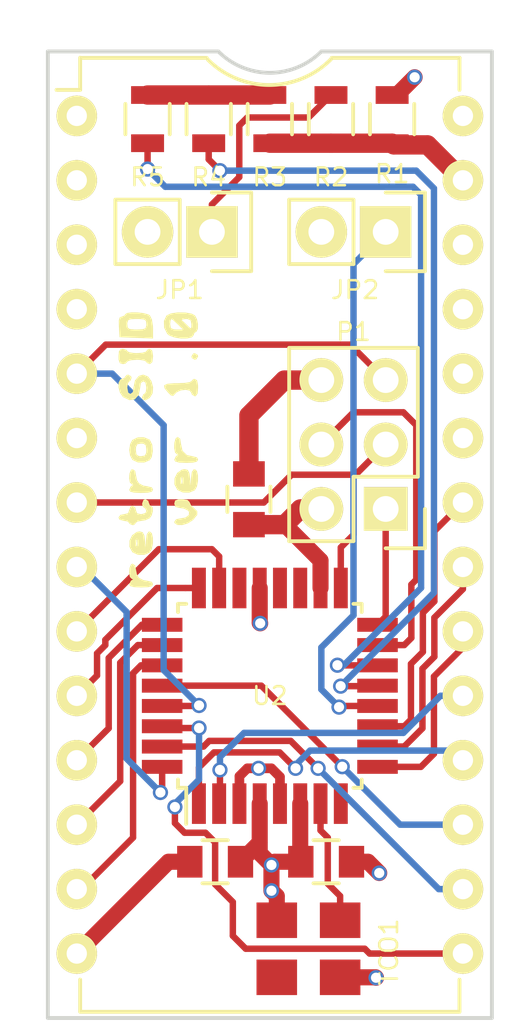
<source format=kicad_pcb>
(kicad_pcb (version 4) (host pcbnew 4.0.2-stable)

  (general
    (links 49)
    (no_connects 0)
    (area 146.934239 114.051 167.414334 156.210001)
    (thickness 1.6)
    (drawings 6)
    (tracks 222)
    (zones 0)
    (modules 15)
    (nets 42)
  )

  (page A4)
  (layers
    (0 F.Cu signal)
    (1 In1.Cu signal)
    (2 In2.Cu signal)
    (31 B.Cu signal)
    (32 B.Adhes user)
    (33 F.Adhes user)
    (34 B.Paste user)
    (35 F.Paste user)
    (36 B.SilkS user)
    (37 F.SilkS user)
    (38 B.Mask user)
    (39 F.Mask user)
    (40 Dwgs.User user)
    (41 Cmts.User user)
    (42 Eco1.User user)
    (43 Eco2.User user)
    (44 Edge.Cuts user)
    (45 Margin user)
    (46 B.CrtYd user)
    (47 F.CrtYd user)
    (48 B.Fab user)
    (49 F.Fab user)
  )

  (setup
    (last_trace_width 0.25)
    (user_trace_width 0.254)
    (user_trace_width 0.381)
    (user_trace_width 0.635)
    (user_trace_width 0.762)
    (user_trace_width 1.27)
    (trace_clearance 0.2)
    (zone_clearance 0.308)
    (zone_45_only no)
    (trace_min 0.2)
    (segment_width 0.2)
    (edge_width 0.15)
    (via_size 0.6)
    (via_drill 0.4)
    (via_min_size 0.4)
    (via_min_drill 0.3)
    (uvia_size 0.3)
    (uvia_drill 0.1)
    (uvias_allowed no)
    (uvia_min_size 0.2)
    (uvia_min_drill 0.1)
    (pcb_text_width 0.3)
    (pcb_text_size 1.5 1.5)
    (mod_edge_width 0.15)
    (mod_text_size 1 1)
    (mod_text_width 0.15)
    (pad_size 1.6 1.6)
    (pad_drill 0.8)
    (pad_to_mask_clearance 0.2)
    (aux_axis_origin 0 0)
    (visible_elements 7FFEFFFF)
    (pcbplotparams
      (layerselection 0x010f0_80000007)
      (usegerberextensions true)
      (excludeedgelayer true)
      (linewidth 0.100000)
      (plotframeref false)
      (viasonmask false)
      (mode 1)
      (useauxorigin false)
      (hpglpennumber 1)
      (hpglpenspeed 20)
      (hpglpendiameter 15)
      (hpglpenoverlay 2)
      (psnegative false)
      (psa4output false)
      (plotreference true)
      (plotvalue true)
      (plotinvisibletext false)
      (padsonsilk false)
      (subtractmaskfromsilk false)
      (outputformat 1)
      (mirror false)
      (drillshape 0)
      (scaleselection 1)
      (outputdirectory Gerbers/))
  )

  (net 0 "")
  (net 1 VCC)
  (net 2 GND)
  (net 3 "Net-(JP1-Pad1)")
  (net 4 6581SEL)
  (net 5 MISO)
  (net 6 SCK)
  (net 7 MOSI)
  (net 8 RES)
  (net 9 "Net-(R1-Pad1)")
  (net 10 "Net-(R3-Pad1)")
  (net 11 AUD1)
  (net 12 AUD2)
  (net 13 "Net-(TCO1-Pad3)")
  (net 14 "Net-(TCO1-Pad1)")
  (net 15 "Net-(U1-Pad1)")
  (net 16 "Net-(U1-Pad2)")
  (net 17 "Net-(U1-Pad3)")
  (net 18 "Net-(U1-Pad4)")
  (net 19 "Net-(U1-Pad6)")
  (net 20 "Net-(U1-Pad23)")
  (net 21 "Net-(U1-Pad24)")
  (net 22 "Net-(U1-Pad26)")
  (net 23 "Net-(U1-Pad28)")
  (net 24 D3)
  (net 25 D4)
  (net 26 "Net-(U2-Pad8)")
  (net 27 D5)
  (net 28 D6)
  (net 29 D7)
  (net 30 "Net-(U2-Pad19)")
  (net 31 "Net-(U2-Pad20)")
  (net 32 "Net-(U2-Pad22)")
  (net 33 A0)
  (net 34 A1)
  (net 35 A2)
  (net 36 A3)
  (net 37 A4)
  (net 38 D2)
  (net 39 D0)
  (net 40 D1)
  (net 41 CS)

  (net_class Default "This is the default net class."
    (clearance 0.2)
    (trace_width 0.25)
    (via_dia 0.6)
    (via_drill 0.4)
    (uvia_dia 0.3)
    (uvia_drill 0.1)
    (add_net 6581SEL)
    (add_net A0)
    (add_net A1)
    (add_net A2)
    (add_net A3)
    (add_net A4)
    (add_net AUD1)
    (add_net AUD2)
    (add_net CS)
    (add_net D0)
    (add_net D1)
    (add_net D2)
    (add_net D3)
    (add_net D4)
    (add_net D5)
    (add_net D6)
    (add_net D7)
    (add_net GND)
    (add_net MISO)
    (add_net MOSI)
    (add_net "Net-(JP1-Pad1)")
    (add_net "Net-(R1-Pad1)")
    (add_net "Net-(R3-Pad1)")
    (add_net "Net-(TCO1-Pad1)")
    (add_net "Net-(TCO1-Pad3)")
    (add_net "Net-(U1-Pad1)")
    (add_net "Net-(U1-Pad2)")
    (add_net "Net-(U1-Pad23)")
    (add_net "Net-(U1-Pad24)")
    (add_net "Net-(U1-Pad26)")
    (add_net "Net-(U1-Pad28)")
    (add_net "Net-(U1-Pad3)")
    (add_net "Net-(U1-Pad4)")
    (add_net "Net-(U1-Pad6)")
    (add_net "Net-(U2-Pad19)")
    (add_net "Net-(U2-Pad20)")
    (add_net "Net-(U2-Pad22)")
    (add_net "Net-(U2-Pad8)")
    (add_net RES)
    (add_net SCK)
    (add_net VCC)
  )

  (module Capacitors_SMD:C_0805 (layer F.Cu) (tedit 5760A8F0) (tstamp 575F85C6)
    (at 156.9085 135.509 90)
    (descr "Capacitor SMD 0805, reflow soldering, AVX (see smccp.pdf)")
    (tags "capacitor 0805")
    (path /575F4E7C)
    (attr smd)
    (fp_text reference C2 (at 0 -2.1 90) (layer F.SilkS) hide
      (effects (font (size 1 1) (thickness 0.15)))
    )
    (fp_text value .1uf (at 0 2.1 90) (layer F.Fab)
      (effects (font (size 1 1) (thickness 0.15)))
    )
    (fp_line (start -1.8 -1) (end 1.8 -1) (layer F.CrtYd) (width 0.05))
    (fp_line (start -1.8 1) (end 1.8 1) (layer F.CrtYd) (width 0.05))
    (fp_line (start -1.8 -1) (end -1.8 1) (layer F.CrtYd) (width 0.05))
    (fp_line (start 1.8 -1) (end 1.8 1) (layer F.CrtYd) (width 0.05))
    (fp_line (start 0.5 -0.85) (end -0.5 -0.85) (layer F.SilkS) (width 0.15))
    (fp_line (start -0.5 0.85) (end 0.5 0.85) (layer F.SilkS) (width 0.15))
    (pad 1 smd rect (at -1 0 90) (size 1 1.25) (layers F.Cu F.Paste F.Mask)
      (net 1 VCC))
    (pad 2 smd rect (at 1 0 90) (size 1 1.25) (layers F.Cu F.Paste F.Mask)
      (net 2 GND))
    (model Capacitors_SMD.3dshapes/C_0805.wrl
      (at (xyz 0 0 0))
      (scale (xyz 1 1 1))
      (rotate (xyz 0 0 0))
    )
  )

  (module Capacitors_SMD:C_0805 (layer F.Cu) (tedit 5760A8F9) (tstamp 575F85CC)
    (at 155.575 149.7965 180)
    (descr "Capacitor SMD 0805, reflow soldering, AVX (see smccp.pdf)")
    (tags "capacitor 0805")
    (path /575F4F20)
    (attr smd)
    (fp_text reference C3 (at 0 -2.1 180) (layer F.SilkS) hide
      (effects (font (size 1 1) (thickness 0.15)))
    )
    (fp_text value .1uf (at 0 2.1 180) (layer F.Fab)
      (effects (font (size 1 1) (thickness 0.15)))
    )
    (fp_line (start -1.8 -1) (end 1.8 -1) (layer F.CrtYd) (width 0.05))
    (fp_line (start -1.8 1) (end 1.8 1) (layer F.CrtYd) (width 0.05))
    (fp_line (start -1.8 -1) (end -1.8 1) (layer F.CrtYd) (width 0.05))
    (fp_line (start 1.8 -1) (end 1.8 1) (layer F.CrtYd) (width 0.05))
    (fp_line (start 0.5 -0.85) (end -0.5 -0.85) (layer F.SilkS) (width 0.15))
    (fp_line (start -0.5 0.85) (end 0.5 0.85) (layer F.SilkS) (width 0.15))
    (pad 1 smd rect (at -1 0 180) (size 1 1.25) (layers F.Cu F.Paste F.Mask)
      (net 1 VCC))
    (pad 2 smd rect (at 1 0 180) (size 1 1.25) (layers F.Cu F.Paste F.Mask)
      (net 2 GND))
    (model Capacitors_SMD.3dshapes/C_0805.wrl
      (at (xyz 0 0 0))
      (scale (xyz 1 1 1))
      (rotate (xyz 0 0 0))
    )
  )

  (module Capacitors_SMD:C_0805 (layer F.Cu) (tedit 5760A902) (tstamp 575F85D2)
    (at 159.9565 149.7965)
    (descr "Capacitor SMD 0805, reflow soldering, AVX (see smccp.pdf)")
    (tags "capacitor 0805")
    (path /575F8A58)
    (attr smd)
    (fp_text reference C4 (at 0 -2.1) (layer F.SilkS) hide
      (effects (font (size 1 1) (thickness 0.15)))
    )
    (fp_text value .1uf (at 0 2.1) (layer F.Fab)
      (effects (font (size 1 1) (thickness 0.15)))
    )
    (fp_line (start -1.8 -1) (end 1.8 -1) (layer F.CrtYd) (width 0.05))
    (fp_line (start -1.8 1) (end 1.8 1) (layer F.CrtYd) (width 0.05))
    (fp_line (start -1.8 -1) (end -1.8 1) (layer F.CrtYd) (width 0.05))
    (fp_line (start 1.8 -1) (end 1.8 1) (layer F.CrtYd) (width 0.05))
    (fp_line (start 0.5 -0.85) (end -0.5 -0.85) (layer F.SilkS) (width 0.15))
    (fp_line (start -0.5 0.85) (end 0.5 0.85) (layer F.SilkS) (width 0.15))
    (pad 1 smd rect (at -1 0) (size 1 1.25) (layers F.Cu F.Paste F.Mask)
      (net 1 VCC))
    (pad 2 smd rect (at 1 0) (size 1 1.25) (layers F.Cu F.Paste F.Mask)
      (net 2 GND))
    (model Capacitors_SMD.3dshapes/C_0805.wrl
      (at (xyz 0 0 0))
      (scale (xyz 1 1 1))
      (rotate (xyz 0 0 0))
    )
  )

  (module Pin_Headers:Pin_Header_Straight_1x02 (layer F.Cu) (tedit 5760AE86) (tstamp 575F85D8)
    (at 155.448 124.968 270)
    (descr "Through hole pin header")
    (tags "pin header")
    (path /575F09FB)
    (fp_text reference JP1 (at 2.286 1.27 360) (layer F.SilkS)
      (effects (font (size 0.7 0.7) (thickness 0.1)))
    )
    (fp_text value Jumper_NO_Small (at 0 -3.1 270) (layer F.Fab)
      (effects (font (size 1 1) (thickness 0.15)))
    )
    (fp_line (start 1.27 1.27) (end 1.27 3.81) (layer F.SilkS) (width 0.15))
    (fp_line (start 1.55 -1.55) (end 1.55 0) (layer F.SilkS) (width 0.15))
    (fp_line (start -1.75 -1.75) (end -1.75 4.3) (layer F.CrtYd) (width 0.05))
    (fp_line (start 1.75 -1.75) (end 1.75 4.3) (layer F.CrtYd) (width 0.05))
    (fp_line (start -1.75 -1.75) (end 1.75 -1.75) (layer F.CrtYd) (width 0.05))
    (fp_line (start -1.75 4.3) (end 1.75 4.3) (layer F.CrtYd) (width 0.05))
    (fp_line (start 1.27 1.27) (end -1.27 1.27) (layer F.SilkS) (width 0.15))
    (fp_line (start -1.55 0) (end -1.55 -1.55) (layer F.SilkS) (width 0.15))
    (fp_line (start -1.55 -1.55) (end 1.55 -1.55) (layer F.SilkS) (width 0.15))
    (fp_line (start -1.27 1.27) (end -1.27 3.81) (layer F.SilkS) (width 0.15))
    (fp_line (start -1.27 3.81) (end 1.27 3.81) (layer F.SilkS) (width 0.15))
    (pad 1 thru_hole rect (at 0 0 270) (size 2.032 2.032) (drill 1.016) (layers *.Cu *.Mask F.SilkS)
      (net 3 "Net-(JP1-Pad1)"))
    (pad 2 thru_hole oval (at 0 2.54 270) (size 2.032 2.032) (drill 1.016) (layers *.Cu *.Mask F.SilkS)
      (net 2 GND))
    (model Pin_Headers.3dshapes/Pin_Header_Straight_1x02.wrl
      (at (xyz 0 -0.05 0))
      (scale (xyz 1 1 1))
      (rotate (xyz 0 0 90))
    )
  )

  (module Pin_Headers:Pin_Header_Straight_1x02 (layer F.Cu) (tedit 5760AE81) (tstamp 575F85DE)
    (at 162.306 124.968 270)
    (descr "Through hole pin header")
    (tags "pin header")
    (path /575F4732)
    (fp_text reference JP2 (at 2.286 1.2065 360) (layer F.SilkS)
      (effects (font (size 0.7 0.7) (thickness 0.1)))
    )
    (fp_text value Jumper_NO_Small (at 0 -3.1 270) (layer F.Fab)
      (effects (font (size 1 1) (thickness 0.15)))
    )
    (fp_line (start 1.27 1.27) (end 1.27 3.81) (layer F.SilkS) (width 0.15))
    (fp_line (start 1.55 -1.55) (end 1.55 0) (layer F.SilkS) (width 0.15))
    (fp_line (start -1.75 -1.75) (end -1.75 4.3) (layer F.CrtYd) (width 0.05))
    (fp_line (start 1.75 -1.75) (end 1.75 4.3) (layer F.CrtYd) (width 0.05))
    (fp_line (start -1.75 -1.75) (end 1.75 -1.75) (layer F.CrtYd) (width 0.05))
    (fp_line (start -1.75 4.3) (end 1.75 4.3) (layer F.CrtYd) (width 0.05))
    (fp_line (start 1.27 1.27) (end -1.27 1.27) (layer F.SilkS) (width 0.15))
    (fp_line (start -1.55 0) (end -1.55 -1.55) (layer F.SilkS) (width 0.15))
    (fp_line (start -1.55 -1.55) (end 1.55 -1.55) (layer F.SilkS) (width 0.15))
    (fp_line (start -1.27 1.27) (end -1.27 3.81) (layer F.SilkS) (width 0.15))
    (fp_line (start -1.27 3.81) (end 1.27 3.81) (layer F.SilkS) (width 0.15))
    (pad 1 thru_hole rect (at 0 0 270) (size 2.032 2.032) (drill 1.016) (layers *.Cu *.Mask F.SilkS)
      (net 4 6581SEL))
    (pad 2 thru_hole oval (at 0 2.54 270) (size 2.032 2.032) (drill 1.016) (layers *.Cu *.Mask F.SilkS)
      (net 2 GND))
    (model Pin_Headers.3dshapes/Pin_Header_Straight_1x02.wrl
      (at (xyz 0 -0.05 0))
      (scale (xyz 1 1 1))
      (rotate (xyz 0 0 90))
    )
  )

  (module Resistors_SMD:R_0805 (layer F.Cu) (tedit 5760A7AB) (tstamp 575F85EE)
    (at 162.56 120.523 90)
    (descr "Resistor SMD 0805, reflow soldering, Vishay (see dcrcw.pdf)")
    (tags "resistor 0805")
    (path /575F07BA)
    (attr smd)
    (fp_text reference R1 (at -2.159 0 180) (layer F.SilkS)
      (effects (font (size 0.7 0.7) (thickness 0.1)))
    )
    (fp_text value 4.7k (at 0 2.1 90) (layer F.Fab)
      (effects (font (size 1 1) (thickness 0.15)))
    )
    (fp_line (start -1.6 -1) (end 1.6 -1) (layer F.CrtYd) (width 0.05))
    (fp_line (start -1.6 1) (end 1.6 1) (layer F.CrtYd) (width 0.05))
    (fp_line (start -1.6 -1) (end -1.6 1) (layer F.CrtYd) (width 0.05))
    (fp_line (start 1.6 -1) (end 1.6 1) (layer F.CrtYd) (width 0.05))
    (fp_line (start 0.6 0.875) (end -0.6 0.875) (layer F.SilkS) (width 0.15))
    (fp_line (start -0.6 -0.875) (end 0.6 -0.875) (layer F.SilkS) (width 0.15))
    (pad 1 smd rect (at -0.95 0 90) (size 0.7 1.3) (layers F.Cu F.Paste F.Mask)
      (net 9 "Net-(R1-Pad1)"))
    (pad 2 smd rect (at 0.95 0 90) (size 0.7 1.3) (layers F.Cu F.Paste F.Mask)
      (net 1 VCC))
    (model Resistors_SMD.3dshapes/R_0805.wrl
      (at (xyz 0 0 0))
      (scale (xyz 1 1 1))
      (rotate (xyz 0 0 0))
    )
  )

  (module Resistors_SMD:R_0805 (layer F.Cu) (tedit 5760A7BF) (tstamp 575F85F4)
    (at 160.147 120.523 270)
    (descr "Resistor SMD 0805, reflow soldering, Vishay (see dcrcw.pdf)")
    (tags "resistor 0805")
    (path /575F0863)
    (attr smd)
    (fp_text reference R2 (at 2.286 0 360) (layer F.SilkS)
      (effects (font (size 0.7 0.7) (thickness 0.1)))
    )
    (fp_text value 1k (at 0 2.1 270) (layer F.Fab)
      (effects (font (size 1 1) (thickness 0.15)))
    )
    (fp_line (start -1.6 -1) (end 1.6 -1) (layer F.CrtYd) (width 0.05))
    (fp_line (start -1.6 1) (end 1.6 1) (layer F.CrtYd) (width 0.05))
    (fp_line (start -1.6 -1) (end -1.6 1) (layer F.CrtYd) (width 0.05))
    (fp_line (start 1.6 -1) (end 1.6 1) (layer F.CrtYd) (width 0.05))
    (fp_line (start 0.6 0.875) (end -0.6 0.875) (layer F.SilkS) (width 0.15))
    (fp_line (start -0.6 -0.875) (end 0.6 -0.875) (layer F.SilkS) (width 0.15))
    (pad 1 smd rect (at -0.95 0 270) (size 0.7 1.3) (layers F.Cu F.Paste F.Mask)
      (net 3 "Net-(JP1-Pad1)"))
    (pad 2 smd rect (at 0.95 0 270) (size 0.7 1.3) (layers F.Cu F.Paste F.Mask)
      (net 9 "Net-(R1-Pad1)"))
    (model Resistors_SMD.3dshapes/R_0805.wrl
      (at (xyz 0 0 0))
      (scale (xyz 1 1 1))
      (rotate (xyz 0 0 0))
    )
  )

  (module Resistors_SMD:R_0805 (layer F.Cu) (tedit 5760A7D8) (tstamp 575F85FA)
    (at 157.734 120.523 270)
    (descr "Resistor SMD 0805, reflow soldering, Vishay (see dcrcw.pdf)")
    (tags "resistor 0805")
    (path /575F0700)
    (attr smd)
    (fp_text reference R3 (at 2.286 0 360) (layer F.SilkS)
      (effects (font (size 0.7 0.7) (thickness 0.1)))
    )
    (fp_text value 2.2k (at 0 2.1 270) (layer F.Fab)
      (effects (font (size 1 1) (thickness 0.15)))
    )
    (fp_line (start -1.6 -1) (end 1.6 -1) (layer F.CrtYd) (width 0.05))
    (fp_line (start -1.6 1) (end 1.6 1) (layer F.CrtYd) (width 0.05))
    (fp_line (start -1.6 -1) (end -1.6 1) (layer F.CrtYd) (width 0.05))
    (fp_line (start 1.6 -1) (end 1.6 1) (layer F.CrtYd) (width 0.05))
    (fp_line (start 0.6 0.875) (end -0.6 0.875) (layer F.SilkS) (width 0.15))
    (fp_line (start -0.6 -0.875) (end 0.6 -0.875) (layer F.SilkS) (width 0.15))
    (pad 1 smd rect (at -0.95 0 270) (size 0.7 1.3) (layers F.Cu F.Paste F.Mask)
      (net 10 "Net-(R3-Pad1)"))
    (pad 2 smd rect (at 0.95 0 270) (size 0.7 1.3) (layers F.Cu F.Paste F.Mask)
      (net 9 "Net-(R1-Pad1)"))
    (model Resistors_SMD.3dshapes/R_0805.wrl
      (at (xyz 0 0 0))
      (scale (xyz 1 1 1))
      (rotate (xyz 0 0 0))
    )
  )

  (module Resistors_SMD:R_0805 (layer F.Cu) (tedit 5760A7F0) (tstamp 575F8600)
    (at 155.321 120.523 270)
    (descr "Resistor SMD 0805, reflow soldering, Vishay (see dcrcw.pdf)")
    (tags "resistor 0805")
    (path /575F4988)
    (attr smd)
    (fp_text reference R4 (at 2.286 0 360) (layer F.SilkS)
      (effects (font (size 0.7 0.7) (thickness 0.1)))
    )
    (fp_text value 1k (at 0 2.1 270) (layer F.Fab)
      (effects (font (size 1 1) (thickness 0.15)))
    )
    (fp_line (start -1.6 -1) (end 1.6 -1) (layer F.CrtYd) (width 0.05))
    (fp_line (start -1.6 1) (end 1.6 1) (layer F.CrtYd) (width 0.05))
    (fp_line (start -1.6 -1) (end -1.6 1) (layer F.CrtYd) (width 0.05))
    (fp_line (start 1.6 -1) (end 1.6 1) (layer F.CrtYd) (width 0.05))
    (fp_line (start 0.6 0.875) (end -0.6 0.875) (layer F.SilkS) (width 0.15))
    (fp_line (start -0.6 -0.875) (end 0.6 -0.875) (layer F.SilkS) (width 0.15))
    (pad 1 smd rect (at -0.95 0 270) (size 0.7 1.3) (layers F.Cu F.Paste F.Mask)
      (net 10 "Net-(R3-Pad1)"))
    (pad 2 smd rect (at 0.95 0 270) (size 0.7 1.3) (layers F.Cu F.Paste F.Mask)
      (net 11 AUD1))
    (model Resistors_SMD.3dshapes/R_0805.wrl
      (at (xyz 0 0 0))
      (scale (xyz 1 1 1))
      (rotate (xyz 0 0 0))
    )
  )

  (module Resistors_SMD:R_0805 (layer F.Cu) (tedit 5760A805) (tstamp 575F8606)
    (at 152.908 120.523 90)
    (descr "Resistor SMD 0805, reflow soldering, Vishay (see dcrcw.pdf)")
    (tags "resistor 0805")
    (path /575F4A0B)
    (attr smd)
    (fp_text reference R5 (at -2.286 0 180) (layer F.SilkS)
      (effects (font (size 0.7 0.7) (thickness 0.1)))
    )
    (fp_text value 240k (at 0 2.1 90) (layer F.Fab)
      (effects (font (size 1 1) (thickness 0.15)))
    )
    (fp_line (start -1.6 -1) (end 1.6 -1) (layer F.CrtYd) (width 0.05))
    (fp_line (start -1.6 1) (end 1.6 1) (layer F.CrtYd) (width 0.05))
    (fp_line (start -1.6 -1) (end -1.6 1) (layer F.CrtYd) (width 0.05))
    (fp_line (start 1.6 -1) (end 1.6 1) (layer F.CrtYd) (width 0.05))
    (fp_line (start 0.6 0.875) (end -0.6 0.875) (layer F.SilkS) (width 0.15))
    (fp_line (start -0.6 -0.875) (end 0.6 -0.875) (layer F.SilkS) (width 0.15))
    (pad 1 smd rect (at -0.95 0 90) (size 0.7 1.3) (layers F.Cu F.Paste F.Mask)
      (net 12 AUD2))
    (pad 2 smd rect (at 0.95 0 90) (size 0.7 1.3) (layers F.Cu F.Paste F.Mask)
      (net 10 "Net-(R3-Pad1)"))
    (model Resistors_SMD.3dshapes/R_0805.wrl
      (at (xyz 0 0 0))
      (scale (xyz 1 1 1))
      (rotate (xyz 0 0 0))
    )
  )

  (module Housings_QFP:TQFP-32_7x7mm_Pitch0.8mm (layer F.Cu) (tedit 5760AE9B) (tstamp 575F8652)
    (at 157.734 143.256 90)
    (descr "32-Lead Plastic Thin Quad Flatpack (PT) - 7x7x1.0 mm Body, 2.00 mm [TQFP] (see Microchip Packaging Specification 00000049BS.pdf)")
    (tags "QFP 0.8")
    (path /575E31B1)
    (attr smd)
    (fp_text reference U2 (at 0 0 180) (layer F.SilkS)
      (effects (font (size 0.7 0.7) (thickness 0.1)))
    )
    (fp_text value Atmega88AP (at 0 6.05 90) (layer F.Fab)
      (effects (font (size 1 1) (thickness 0.15)))
    )
    (fp_line (start -5.3 -5.3) (end -5.3 5.3) (layer F.CrtYd) (width 0.05))
    (fp_line (start 5.3 -5.3) (end 5.3 5.3) (layer F.CrtYd) (width 0.05))
    (fp_line (start -5.3 -5.3) (end 5.3 -5.3) (layer F.CrtYd) (width 0.05))
    (fp_line (start -5.3 5.3) (end 5.3 5.3) (layer F.CrtYd) (width 0.05))
    (fp_line (start -3.625 -3.625) (end -3.625 -3.3) (layer F.SilkS) (width 0.15))
    (fp_line (start 3.625 -3.625) (end 3.625 -3.3) (layer F.SilkS) (width 0.15))
    (fp_line (start 3.625 3.625) (end 3.625 3.3) (layer F.SilkS) (width 0.15))
    (fp_line (start -3.625 3.625) (end -3.625 3.3) (layer F.SilkS) (width 0.15))
    (fp_line (start -3.625 -3.625) (end -3.3 -3.625) (layer F.SilkS) (width 0.15))
    (fp_line (start -3.625 3.625) (end -3.3 3.625) (layer F.SilkS) (width 0.15))
    (fp_line (start 3.625 3.625) (end 3.3 3.625) (layer F.SilkS) (width 0.15))
    (fp_line (start 3.625 -3.625) (end 3.3 -3.625) (layer F.SilkS) (width 0.15))
    (fp_line (start -3.625 -3.3) (end -5.05 -3.3) (layer F.SilkS) (width 0.15))
    (pad 1 smd rect (at -4.25 -2.8 90) (size 1.6 0.55) (layers F.Cu F.Paste F.Mask)
      (net 24 D3))
    (pad 2 smd rect (at -4.25 -2 90) (size 1.6 0.55) (layers F.Cu F.Paste F.Mask)
      (net 25 D4))
    (pad 3 smd rect (at -4.25 -1.2 90) (size 1.6 0.55) (layers F.Cu F.Paste F.Mask)
      (net 2 GND))
    (pad 4 smd rect (at -4.25 -0.4 90) (size 1.6 0.55) (layers F.Cu F.Paste F.Mask)
      (net 1 VCC))
    (pad 5 smd rect (at -4.25 0.4 90) (size 1.6 0.55) (layers F.Cu F.Paste F.Mask)
      (net 2 GND))
    (pad 6 smd rect (at -4.25 1.2 90) (size 1.6 0.55) (layers F.Cu F.Paste F.Mask)
      (net 1 VCC))
    (pad 7 smd rect (at -4.25 2 90) (size 1.6 0.55) (layers F.Cu F.Paste F.Mask)
      (net 13 "Net-(TCO1-Pad3)"))
    (pad 8 smd rect (at -4.25 2.8 90) (size 1.6 0.55) (layers F.Cu F.Paste F.Mask)
      (net 26 "Net-(U2-Pad8)"))
    (pad 9 smd rect (at -2.8 4.25 180) (size 1.6 0.55) (layers F.Cu F.Paste F.Mask)
      (net 27 D5))
    (pad 10 smd rect (at -2 4.25 180) (size 1.6 0.55) (layers F.Cu F.Paste F.Mask)
      (net 28 D6))
    (pad 11 smd rect (at -1.2 4.25 180) (size 1.6 0.55) (layers F.Cu F.Paste F.Mask)
      (net 29 D7))
    (pad 12 smd rect (at -0.4 4.25 180) (size 1.6 0.55) (layers F.Cu F.Paste F.Mask)
      (net 4 6581SEL))
    (pad 13 smd rect (at 0.4 4.25 180) (size 1.6 0.55) (layers F.Cu F.Paste F.Mask)
      (net 11 AUD1))
    (pad 14 smd rect (at 1.2 4.25 180) (size 1.6 0.55) (layers F.Cu F.Paste F.Mask)
      (net 12 AUD2))
    (pad 15 smd rect (at 2 4.25 180) (size 1.6 0.55) (layers F.Cu F.Paste F.Mask)
      (net 7 MOSI))
    (pad 16 smd rect (at 2.8 4.25 180) (size 1.6 0.55) (layers F.Cu F.Paste F.Mask)
      (net 5 MISO))
    (pad 17 smd rect (at 4.25 2.8 90) (size 1.6 0.55) (layers F.Cu F.Paste F.Mask)
      (net 6 SCK))
    (pad 18 smd rect (at 4.25 2 90) (size 1.6 0.55) (layers F.Cu F.Paste F.Mask)
      (net 1 VCC))
    (pad 19 smd rect (at 4.25 1.2 90) (size 1.6 0.55) (layers F.Cu F.Paste F.Mask)
      (net 30 "Net-(U2-Pad19)"))
    (pad 20 smd rect (at 4.25 0.4 90) (size 1.6 0.55) (layers F.Cu F.Paste F.Mask)
      (net 31 "Net-(U2-Pad20)"))
    (pad 21 smd rect (at 4.25 -0.4 90) (size 1.6 0.55) (layers F.Cu F.Paste F.Mask)
      (net 2 GND))
    (pad 22 smd rect (at 4.25 -1.2 90) (size 1.6 0.55) (layers F.Cu F.Paste F.Mask)
      (net 32 "Net-(U2-Pad22)"))
    (pad 23 smd rect (at 4.25 -2 90) (size 1.6 0.55) (layers F.Cu F.Paste F.Mask)
      (net 33 A0))
    (pad 24 smd rect (at 4.25 -2.8 90) (size 1.6 0.55) (layers F.Cu F.Paste F.Mask)
      (net 34 A1))
    (pad 25 smd rect (at 2.8 -4.25 180) (size 1.6 0.55) (layers F.Cu F.Paste F.Mask)
      (net 35 A2))
    (pad 26 smd rect (at 2 -4.25 180) (size 1.6 0.55) (layers F.Cu F.Paste F.Mask)
      (net 36 A3))
    (pad 27 smd rect (at 1.2 -4.25 180) (size 1.6 0.55) (layers F.Cu F.Paste F.Mask)
      (net 37 A4))
    (pad 28 smd rect (at 0.4 -4.25 180) (size 1.6 0.55) (layers F.Cu F.Paste F.Mask)
      (net 38 D2))
    (pad 29 smd rect (at -0.4 -4.25 180) (size 1.6 0.55) (layers F.Cu F.Paste F.Mask)
      (net 8 RES))
    (pad 30 smd rect (at -1.2 -4.25 180) (size 1.6 0.55) (layers F.Cu F.Paste F.Mask)
      (net 39 D0))
    (pad 31 smd rect (at -2 -4.25 180) (size 1.6 0.55) (layers F.Cu F.Paste F.Mask)
      (net 40 D1))
    (pad 32 smd rect (at -2.8 -4.25 180) (size 1.6 0.55) (layers F.Cu F.Paste F.Mask)
      (net 41 CS))
    (model Housings_QFP.3dshapes/TQFP-32_7x7mm_Pitch0.8mm.wrl
      (at (xyz 0 0 0))
      (scale (xyz 1 1 1))
      (rotate (xyz 0 0 0))
    )
  )

  (module swinsid:TCO-4 (layer F.Cu) (tedit 5760A961) (tstamp 575F9544)
    (at 159.258 153.3525)
    (path /575F7D85)
    (fp_text reference TCO1 (at 3.175 0 90) (layer F.SilkS)
      (effects (font (size 0.7 0.7) (thickness 0.1)))
    )
    (fp_text value KC5032A32_OSC (at 0 -3.25) (layer F.Fab)
      (effects (font (size 1 1) (thickness 0.15)))
    )
    (pad 3 smd rect (at 1.25 -1.25) (size 1.6 1.4) (layers F.Cu F.Paste F.Mask)
      (net 13 "Net-(TCO1-Pad3)"))
    (pad 2 smd rect (at 1.25 1) (size 1.6 1.4) (layers F.Cu F.Paste F.Mask)
      (net 2 GND))
    (pad 4 smd rect (at -1.25 -1.25) (size 1.6 1.4) (layers F.Cu F.Paste F.Mask)
      (net 1 VCC))
    (pad 1 smd rect (at -1.25 1) (size 1.6 1.4) (layers F.Cu F.Paste F.Mask)
      (net 14 "Net-(TCO1-Pad1)"))
    (model "../../../../../../Users/Stache/Documents/KiCad Projects/3DModels/3d_smd_qfn/walter/smd_qfn/dfn-6_clock.wrl"
      (at (xyz 0 0.005 0))
      (scale (xyz 0.3 0.3 0.3))
      (rotate (xyz 0 0 180))
    )
  )

  (module Pin_Headers:Pin_Header_Straight_2x03 (layer F.Cu) (tedit 5760A988) (tstamp 57600A81)
    (at 162.306 135.89 180)
    (descr "Through hole pin header")
    (tags "pin header")
    (path /57600987)
    (fp_text reference P1 (at 1.27 6.985 180) (layer F.SilkS)
      (effects (font (size 0.7 0.7) (thickness 0.1)))
    )
    (fp_text value CONN_02X03 (at 0 -3.1 180) (layer F.Fab)
      (effects (font (size 1 1) (thickness 0.15)))
    )
    (fp_line (start -1.27 1.27) (end -1.27 6.35) (layer F.SilkS) (width 0.15))
    (fp_line (start -1.55 -1.55) (end 0 -1.55) (layer F.SilkS) (width 0.15))
    (fp_line (start -1.75 -1.75) (end -1.75 6.85) (layer F.CrtYd) (width 0.05))
    (fp_line (start 4.3 -1.75) (end 4.3 6.85) (layer F.CrtYd) (width 0.05))
    (fp_line (start -1.75 -1.75) (end 4.3 -1.75) (layer F.CrtYd) (width 0.05))
    (fp_line (start -1.75 6.85) (end 4.3 6.85) (layer F.CrtYd) (width 0.05))
    (fp_line (start 1.27 -1.27) (end 1.27 1.27) (layer F.SilkS) (width 0.15))
    (fp_line (start 1.27 1.27) (end -1.27 1.27) (layer F.SilkS) (width 0.15))
    (fp_line (start -1.27 6.35) (end 3.81 6.35) (layer F.SilkS) (width 0.15))
    (fp_line (start 3.81 6.35) (end 3.81 1.27) (layer F.SilkS) (width 0.15))
    (fp_line (start -1.55 -1.55) (end -1.55 0) (layer F.SilkS) (width 0.15))
    (fp_line (start 3.81 -1.27) (end 1.27 -1.27) (layer F.SilkS) (width 0.15))
    (fp_line (start 3.81 1.27) (end 3.81 -1.27) (layer F.SilkS) (width 0.15))
    (pad 1 thru_hole rect (at 0 0 180) (size 1.7272 1.7272) (drill 1.016) (layers *.Cu *.Mask F.SilkS)
      (net 5 MISO))
    (pad 2 thru_hole oval (at 2.54 0 180) (size 1.7272 1.7272) (drill 1.016) (layers *.Cu *.Mask F.SilkS)
      (net 1 VCC))
    (pad 3 thru_hole oval (at 0 2.54 180) (size 1.7272 1.7272) (drill 1.016) (layers *.Cu *.Mask F.SilkS)
      (net 6 SCK))
    (pad 4 thru_hole oval (at 2.54 2.54 180) (size 1.7272 1.7272) (drill 1.016) (layers *.Cu *.Mask F.SilkS)
      (net 7 MOSI))
    (pad 5 thru_hole oval (at 0 5.08 180) (size 1.7272 1.7272) (drill 1.016) (layers *.Cu *.Mask F.SilkS)
      (net 8 RES))
    (pad 6 thru_hole oval (at 2.54 5.08 180) (size 1.7272 1.7272) (drill 1.016) (layers *.Cu *.Mask F.SilkS)
      (net 2 GND))
    (model Pin_Headers.3dshapes/Pin_Header_Straight_2x03.wrl
      (at (xyz 0.05 -0.1 0))
      (scale (xyz 1 1 1))
      (rotate (xyz 0 0 90))
    )
  )

  (module logo:logo (layer F.Cu) (tedit 0) (tstamp 5760CFBC)
    (at 153.289 133.223 90)
    (fp_text reference G*** (at 0 0 90) (layer F.SilkS) hide
      (effects (font (thickness 0.3)))
    )
    (fp_text value LOGO (at 0.75 0 90) (layer F.SilkS) hide
      (effects (font (thickness 0.3)))
    )
    (fp_poly (pts (xy -2.338625 0.710482) (xy -2.291535 0.839889) (xy -2.286 0.973667) (xy -2.314351 1.189399)
      (xy -2.392317 1.269967) (xy -2.394309 1.27) (xy -2.523262 1.332526) (xy -2.624666 1.439334)
      (xy -2.760926 1.576494) (xy -2.899113 1.574648) (xy -3.077669 1.430281) (xy -3.1115 1.394847)
      (xy -3.234753 1.202666) (xy -3.297119 0.985907) (xy -3.293982 0.796709) (xy -3.220728 0.68721)
      (xy -3.175 0.677334) (xy -3.073056 0.751255) (xy -3.048 0.895048) (xy -3.008081 1.117841)
      (xy -2.909441 1.250457) (xy -2.783754 1.260867) (xy -2.728091 1.21853) (xy -2.647455 1.051364)
      (xy -2.624666 0.892574) (xy -2.586373 0.724806) (xy -2.455333 0.677334) (xy -2.338625 0.710482)) (layer F.SilkS) (width 0.01))
    (fp_poly (pts (xy -1.460486 0.688558) (xy -1.24893 0.792869) (xy -1.118552 0.977389) (xy -1.100666 1.089751)
      (xy -1.132397 1.202847) (xy -1.255707 1.264031) (xy -1.4605 1.292673) (xy -1.820333 1.325083)
      (xy -1.4605 1.339875) (xy -1.212763 1.371067) (xy -1.107919 1.443884) (xy -1.100666 1.481667)
      (xy -1.173017 1.563091) (xy -1.350837 1.603572) (xy -1.575281 1.603087) (xy -1.787504 1.561608)
      (xy -1.926166 1.48202) (xy -2.017773 1.271118) (xy -2.014975 1.015926) (xy -2.000525 0.984278)
      (xy -1.705082 0.984278) (xy -1.592626 0.998936) (xy -1.566333 0.999495) (xy -1.421737 0.990343)
      (xy -1.409007 0.963838) (xy -1.416555 0.960464) (xy -1.584634 0.943715) (xy -1.670555 0.957327)
      (xy -1.705082 0.984278) (xy -2.000525 0.984278) (xy -1.919787 0.807455) (xy -1.911047 0.798286)
      (xy -1.699199 0.683888) (xy -1.460486 0.688558)) (layer F.SilkS) (width 0.01))
    (fp_poly (pts (xy -0.061312 0.680961) (xy 0.105442 0.727296) (xy 0.169334 0.804334) (xy 0.095445 0.904098)
      (xy -0.090714 0.931334) (xy -0.377631 0.993967) (xy -0.548766 1.173109) (xy -0.592666 1.390953)
      (xy -0.635788 1.565713) (xy -0.719666 1.608667) (xy -0.796255 1.56686) (xy -0.835686 1.420164)
      (xy -0.846666 1.143) (xy -0.833927 0.857085) (xy -0.790986 0.711421) (xy -0.726722 0.677334)
      (xy -0.590764 0.741349) (xy -0.564073 0.783167) (xy -0.525819 0.845559) (xy -0.514684 0.783167)
      (xy -0.437965 0.706836) (xy -0.264644 0.673454) (xy -0.061312 0.680961)) (layer F.SilkS) (width 0.01))
    (fp_poly (pts (xy 2.262903 0.40041) (xy 2.284745 0.673492) (xy 2.286 0.804334) (xy 2.297963 1.091916)
      (xy 2.329652 1.28881) (xy 2.370667 1.354667) (xy 2.445781 1.423243) (xy 2.455334 1.481667)
      (xy 2.39941 1.569974) (xy 2.214031 1.606362) (xy 2.116667 1.608667) (xy 1.881182 1.587696)
      (xy 1.784147 1.518178) (xy 1.778 1.481667) (xy 1.845773 1.369418) (xy 1.905 1.354667)
      (xy 1.999669 1.286328) (xy 2.033786 1.122634) (xy 2.009399 0.925567) (xy 1.928554 0.757108)
      (xy 1.883834 0.713767) (xy 1.790782 0.626982) (xy 1.81133 0.542792) (xy 1.922627 0.429266)
      (xy 2.09477 0.29164) (xy 2.203887 0.277573) (xy 2.262903 0.40041)) (layer F.SilkS) (width 0.01))
    (fp_poly (pts (xy 3.456582 1.42244) (xy 3.471334 1.481667) (xy 3.403561 1.593915) (xy 3.344334 1.608667)
      (xy 3.232085 1.540894) (xy 3.217334 1.481667) (xy 3.285106 1.369418) (xy 3.344334 1.354667)
      (xy 3.456582 1.42244)) (layer F.SilkS) (width 0.01))
    (fp_poly (pts (xy 4.954604 0.370596) (xy 4.959048 0.374953) (xy 5.038868 0.546412) (xy 5.076642 0.81351)
      (xy 5.07237 1.107855) (xy 5.026053 1.361057) (xy 4.959048 1.487714) (xy 4.81593 1.564758)
      (xy 4.619716 1.603348) (xy 4.434958 1.599831) (xy 4.326207 1.550554) (xy 4.318 1.524)
      (xy 4.249424 1.448886) (xy 4.191 1.439334) (xy 4.1018 1.366581) (xy 4.089346 1.315199)
      (xy 4.444918 1.315199) (xy 4.485275 1.351177) (xy 4.608286 1.354667) (xy 4.768105 1.325388)
      (xy 4.821974 1.202944) (xy 4.824704 1.121834) (xy 4.805602 0.982691) (xy 4.761461 0.974077)
      (xy 4.761204 0.974429) (xy 4.65414 1.097081) (xy 4.544786 1.207263) (xy 4.444918 1.315199)
      (xy 4.089346 1.315199) (xy 4.057251 1.182786) (xy 4.055199 0.939643) (xy 4.081733 0.765849)
      (xy 4.402667 0.765849) (xy 4.402667 1.023697) (xy 4.614334 0.81203) (xy 4.755145 0.659444)
      (xy 4.82449 0.561203) (xy 4.826 0.554182) (xy 4.75336 0.519431) (xy 4.614334 0.508)
      (xy 4.463868 0.534779) (xy 4.408157 0.649274) (xy 4.402667 0.765849) (xy 4.081733 0.765849)
      (xy 4.09349 0.688847) (xy 4.169972 0.482092) (xy 4.234301 0.399817) (xy 4.475244 0.278672)
      (xy 4.739528 0.268102) (xy 4.954604 0.370596)) (layer F.SilkS) (width 0.01))
    (fp_poly (pts (xy -4.994869 -1.089655) (xy -4.856306 -1.031805) (xy -4.826 -0.973666) (xy -4.899922 -0.871723)
      (xy -5.043714 -0.846666) (xy -5.258518 -0.801388) (xy -5.382381 -0.725714) (xy -5.476561 -0.550032)
      (xy -5.503333 -0.387047) (xy -5.546454 -0.212287) (xy -5.630333 -0.169333) (xy -5.706922 -0.21114)
      (xy -5.746353 -0.357836) (xy -5.757333 -0.635) (xy -5.744594 -0.920915) (xy -5.701653 -1.066579)
      (xy -5.637389 -1.100666) (xy -5.50143 -1.036651) (xy -5.47474 -0.994833) (xy -5.436486 -0.932441)
      (xy -5.425351 -0.994833) (xy -5.349714 -1.073653) (xy -5.182779 -1.104432) (xy -4.994869 -1.089655)) (layer F.SilkS) (width 0.01))
    (fp_poly (pts (xy -3.915819 -1.089442) (xy -3.704263 -0.985131) (xy -3.573885 -0.800611) (xy -3.556 -0.688249)
      (xy -3.58773 -0.575153) (xy -3.71104 -0.513969) (xy -3.915833 -0.485327) (xy -4.275666 -0.452917)
      (xy -3.915833 -0.438125) (xy -3.668096 -0.406933) (xy -3.563252 -0.334116) (xy -3.556 -0.296333)
      (xy -3.62835 -0.214909) (xy -3.80617 -0.174428) (xy -4.030614 -0.174913) (xy -4.242837 -0.216392)
      (xy -4.3815 -0.29598) (xy -4.473106 -0.506882) (xy -4.470309 -0.762074) (xy -4.455859 -0.793722)
      (xy -4.160416 -0.793722) (xy -4.047959 -0.779064) (xy -4.021666 -0.778505) (xy -3.877071 -0.787657)
      (xy -3.86434 -0.814162) (xy -3.871888 -0.817536) (xy -4.039968 -0.834285) (xy -4.125888 -0.820673)
      (xy -4.160416 -0.793722) (xy -4.455859 -0.793722) (xy -4.37512 -0.970545) (xy -4.366381 -0.979714)
      (xy -4.154532 -1.094112) (xy -3.915819 -1.089442)) (layer F.SilkS) (width 0.01))
    (fp_poly (pts (xy -2.903523 -1.450399) (xy -2.878666 -1.312333) (xy -2.83898 -1.146352) (xy -2.709333 -1.100666)
      (xy -2.571429 -1.047727) (xy -2.54 -0.973666) (xy -2.610586 -0.870238) (xy -2.709333 -0.846666)
      (xy -2.842118 -0.797058) (xy -2.878666 -0.635) (xy -2.834506 -0.464761) (xy -2.751666 -0.423333)
      (xy -2.638995 -0.469051) (xy -2.624666 -0.508) (xy -2.553754 -0.57679) (xy -2.455333 -0.592666)
      (xy -2.317429 -0.539727) (xy -2.286 -0.465666) (xy -2.353773 -0.353418) (xy -2.413 -0.338666)
      (xy -2.525672 -0.292949) (xy -2.54 -0.254) (xy -2.606172 -0.185203) (xy -2.758712 -0.177876)
      (xy -2.928649 -0.226071) (xy -3.026833 -0.29598) (xy -3.109657 -0.471684) (xy -3.132666 -0.631426)
      (xy -3.16121 -0.792243) (xy -3.217333 -0.846666) (xy -3.292448 -0.915243) (xy -3.302 -0.973666)
      (xy -3.256282 -1.086338) (xy -3.217333 -1.100666) (xy -3.153687 -1.173123) (xy -3.132666 -1.312333)
      (xy -3.088506 -1.482572) (xy -3.005666 -1.524) (xy -2.903523 -1.450399)) (layer F.SilkS) (width 0.01))
    (fp_poly (pts (xy -1.269535 -1.089655) (xy -1.130973 -1.031805) (xy -1.100666 -0.973666) (xy -1.174588 -0.871723)
      (xy -1.318381 -0.846666) (xy -1.533185 -0.801388) (xy -1.657047 -0.725714) (xy -1.751228 -0.550032)
      (xy -1.778 -0.387047) (xy -1.821121 -0.212287) (xy -1.905 -0.169333) (xy -1.981588 -0.21114)
      (xy -2.021019 -0.357836) (xy -2.032 -0.635) (xy -2.01926 -0.920915) (xy -1.97632 -1.066579)
      (xy -1.912055 -1.100666) (xy -1.776097 -1.036651) (xy -1.749406 -0.994833) (xy -1.711153 -0.932441)
      (xy -1.700017 -0.994833) (xy -1.62438 -1.073653) (xy -1.457445 -1.104432) (xy -1.269535 -1.089655)) (layer F.SilkS) (width 0.01))
    (fp_poly (pts (xy -0.110832 -1.063755) (xy 0.048381 -0.979714) (xy 0.150345 -0.774764) (xy 0.155308 -0.520497)
      (xy 0.063269 -0.306392) (xy 0.048381 -0.290286) (xy -0.137044 -0.199728) (xy -0.389118 -0.1773)
      (xy -0.625993 -0.22241) (xy -0.740833 -0.29598) (xy -0.832439 -0.506882) (xy -0.831035 -0.635)
      (xy -0.592666 -0.635) (xy -0.565329 -0.483728) (xy -0.449121 -0.428388) (xy -0.338666 -0.423333)
      (xy -0.15714 -0.446114) (xy -0.090732 -0.542954) (xy -0.084666 -0.635) (xy -0.112004 -0.786272)
      (xy -0.228212 -0.841612) (xy -0.338666 -0.846666) (xy -0.520193 -0.823885) (xy -0.586601 -0.727045)
      (xy -0.592666 -0.635) (xy -0.831035 -0.635) (xy -0.829642 -0.762074) (xy -0.734454 -0.970545)
      (xy -0.725714 -0.979714) (xy -0.557725 -1.066497) (xy -0.338666 -1.100666) (xy -0.110832 -1.063755)) (layer F.SilkS) (width 0.01))
    (fp_poly (pts (xy 2.313383 -1.519298) (xy 2.437284 -1.453974) (xy 2.455334 -1.397) (xy 2.501051 -1.284328)
      (xy 2.54 -1.27) (xy 2.615115 -1.201423) (xy 2.624667 -1.143) (xy 2.556894 -1.030751)
      (xy 2.497667 -1.016) (xy 2.384995 -1.061717) (xy 2.370667 -1.100666) (xy 2.297094 -1.160114)
      (xy 2.119827 -1.185327) (xy 2.116667 -1.185333) (xy 1.915015 -1.147469) (xy 1.862667 -1.058333)
      (xy 1.936556 -0.958569) (xy 2.122714 -0.931333) (xy 2.394622 -0.873916) (xy 2.574255 -0.721894)
      (xy 2.624667 -0.550333) (xy 2.551345 -0.363644) (xy 2.367895 -0.230752) (xy 2.129088 -0.166962)
      (xy 1.889696 -0.187582) (xy 1.7145 -0.29598) (xy 1.617335 -0.462331) (xy 1.648463 -0.570192)
      (xy 1.735667 -0.592666) (xy 1.848339 -0.546949) (xy 1.862667 -0.508) (xy 1.936239 -0.448553)
      (xy 2.113507 -0.42334) (xy 2.116667 -0.423333) (xy 2.318319 -0.461197) (xy 2.370667 -0.550333)
      (xy 2.296778 -0.650097) (xy 2.110619 -0.677333) (xy 1.82551 -0.734778) (xy 1.657724 -0.885634)
      (xy 1.624226 -1.097686) (xy 1.741978 -1.338716) (xy 1.754483 -1.353699) (xy 1.914734 -1.465623)
      (xy 2.120117 -1.522002) (xy 2.313383 -1.519298)) (layer F.SilkS) (width 0.01))
    (fp_poly (pts (xy 3.548573 -1.505058) (xy 3.63098 -1.431111) (xy 3.640667 -1.354666) (xy 3.605211 -1.217086)
      (xy 3.556 -1.185333) (xy 3.505507 -1.109659) (xy 3.475218 -0.918195) (xy 3.471334 -0.804333)
      (xy 3.48815 -0.577114) (xy 3.530697 -0.440816) (xy 3.556 -0.423333) (xy 3.631115 -0.354757)
      (xy 3.640667 -0.296333) (xy 3.576407 -0.202402) (xy 3.371322 -0.169563) (xy 3.344334 -0.169333)
      (xy 3.12516 -0.196873) (xy 3.048536 -0.284767) (xy 3.048 -0.296333) (xy 3.093718 -0.409005)
      (xy 3.132667 -0.423333) (xy 3.18316 -0.499007) (xy 3.213449 -0.690471) (xy 3.217334 -0.804333)
      (xy 3.200517 -1.031553) (xy 3.15797 -1.167851) (xy 3.132667 -1.185333) (xy 3.063877 -1.256246)
      (xy 3.048 -1.354666) (xy 3.081148 -1.471375) (xy 3.210556 -1.518465) (xy 3.344334 -1.524)
      (xy 3.548573 -1.505058)) (layer F.SilkS) (width 0.01))
    (fp_poly (pts (xy 4.881635 -1.476386) (xy 4.910667 -1.401639) (xy 4.954976 -1.286021) (xy 4.995334 -1.27)
      (xy 5.051989 -1.19613) (xy 5.078209 -1.01142) (xy 5.076044 -0.771217) (xy 5.047542 -0.530867)
      (xy 4.994754 -0.345719) (xy 4.959048 -0.290286) (xy 4.794795 -0.212061) (xy 4.531266 -0.171658)
      (xy 4.447486 -0.169333) (xy 4.056877 -0.169333) (xy 4.080807 -0.804333) (xy 4.402667 -0.804333)
      (xy 4.41144 -0.569226) (xy 4.454563 -0.457835) (xy 4.557242 -0.424788) (xy 4.614334 -0.423333)
      (xy 4.744949 -0.439125) (xy 4.806833 -0.516747) (xy 4.825192 -0.701569) (xy 4.826 -0.804333)
      (xy 4.817227 -1.03944) (xy 4.774104 -1.150832) (xy 4.671425 -1.183878) (xy 4.614334 -1.185333)
      (xy 4.483718 -1.169542) (xy 4.421834 -1.09192) (xy 4.403475 -0.907097) (xy 4.402667 -0.804333)
      (xy 4.080807 -0.804333) (xy 4.081605 -0.8255) (xy 4.106334 -1.481666) (xy 4.5085 -1.507472)
      (xy 4.759951 -1.51186) (xy 4.881635 -1.476386)) (layer F.SilkS) (width 0.01))
  )

  (module swinsid:DIP-28_W15.24mm (layer F.Cu) (tedit 5760E37F) (tstamp 5760E124)
    (at 150.114 120.396)
    (descr "28-lead dip package, row spacing 15.24 mm (600 mils)")
    (tags "dil dip 2.54 600")
    (path /575E2BB9)
    (fp_text reference U1 (at 0 -5.22) (layer F.SilkS) hide
      (effects (font (size 1 1) (thickness 0.15)))
    )
    (fp_text value SwinSID (at 0 -3.72) (layer F.Fab)
      (effects (font (size 1 1) (thickness 0.15)))
    )
    (fp_line (start 0.1524 -2.286) (end 5.1308 -2.286) (layer F.SilkS) (width 0.15))
    (fp_line (start 15.113 -2.286) (end 10.0584 -2.286) (layer F.SilkS) (width 0.15))
    (fp_arc (start 7.5946 -4.6482) (end 10.033 -2.2352) (angle 90) (layer F.SilkS) (width 0.15))
    (fp_line (start -1.05 -2.45) (end -1.05 35.5) (layer F.CrtYd) (width 0.05))
    (fp_line (start 16.3 -2.45) (end 16.3 35.5) (layer F.CrtYd) (width 0.05))
    (fp_line (start -1.05 -2.45) (end 16.3 -2.45) (layer F.CrtYd) (width 0.05))
    (fp_line (start -1.05 35.5) (end 16.3 35.5) (layer F.CrtYd) (width 0.05))
    (fp_line (start 0.135 -2.295) (end 0.135 -1.025) (layer F.SilkS) (width 0.15))
    (fp_line (start 15.105 -2.295) (end 15.105 -1.025) (layer F.SilkS) (width 0.15))
    (fp_line (start 15.105 35.315) (end 15.105 34.045) (layer F.SilkS) (width 0.15))
    (fp_line (start 0.135 35.315) (end 0.135 34.045) (layer F.SilkS) (width 0.15))
    (fp_line (start 0.135 35.315) (end 15.105 35.315) (layer F.SilkS) (width 0.15))
    (fp_line (start 0.135 -1.025) (end -0.8 -1.025) (layer F.SilkS) (width 0.15))
    (pad 1 thru_hole oval (at 0 0) (size 1.6 1.6) (drill 0.8) (layers *.Cu *.Mask F.SilkS)
      (net 15 "Net-(U1-Pad1)"))
    (pad 2 thru_hole oval (at 0 2.54) (size 1.6 1.6) (drill 0.8) (layers *.Cu *.Mask F.SilkS)
      (net 16 "Net-(U1-Pad2)"))
    (pad 3 thru_hole oval (at 0 5.08) (size 1.6 1.6) (drill 0.8) (layers *.Cu *.Mask F.SilkS)
      (net 17 "Net-(U1-Pad3)"))
    (pad 4 thru_hole oval (at 0 7.62) (size 1.6 1.6) (drill 0.8) (layers *.Cu *.Mask F.SilkS)
      (net 18 "Net-(U1-Pad4)"))
    (pad 5 thru_hole oval (at 0 10.16) (size 1.6 1.6) (drill 0.8) (layers *.Cu *.Mask F.SilkS)
      (net 8 RES))
    (pad 6 thru_hole oval (at 0 12.7) (size 1.6 1.6) (drill 0.8) (layers *.Cu *.Mask F.SilkS)
      (net 19 "Net-(U1-Pad6)"))
    (pad 7 thru_hole oval (at 0 15.24) (size 1.6 1.6) (drill 0.8) (layers *.Cu *.Mask F.SilkS)
      (net 6 SCK))
    (pad 8 thru_hole oval (at 0 17.78) (size 1.6 1.6) (drill 0.8) (layers *.Cu *.Mask F.SilkS)
      (net 41 CS))
    (pad 9 thru_hole oval (at 0 20.32) (size 1.6 1.6) (drill 0.8) (layers *.Cu *.Mask F.SilkS)
      (net 33 A0))
    (pad 10 thru_hole oval (at 0 22.86) (size 1.6 1.6) (drill 0.8) (layers *.Cu *.Mask F.SilkS)
      (net 34 A1))
    (pad 11 thru_hole oval (at 0 25.4) (size 1.6 1.6) (drill 0.8) (layers *.Cu *.Mask F.SilkS)
      (net 35 A2))
    (pad 12 thru_hole oval (at 0 27.94) (size 1.6 1.6) (drill 0.8) (layers *.Cu *.Mask F.SilkS)
      (net 36 A3))
    (pad 13 thru_hole oval (at 0 30.48) (size 1.6 1.6) (drill 0.8) (layers *.Cu *.Mask F.SilkS)
      (net 37 A4))
    (pad 14 thru_hole oval (at 0 33.02) (size 1.6 1.6) (drill 0.8) (layers *.Cu *.Mask F.SilkS)
      (net 2 GND))
    (pad 15 thru_hole oval (at 15.24 33.02) (size 1.6 1.6) (drill 0.8) (layers *.Cu *.Mask F.SilkS)
      (net 39 D0))
    (pad 16 thru_hole oval (at 15.24 30.48) (size 1.6 1.6) (drill 0.8) (layers *.Cu *.Mask F.SilkS)
      (net 40 D1))
    (pad 17 thru_hole oval (at 15.24 27.94) (size 1.6 1.6) (drill 0.8) (layers *.Cu *.Mask F.SilkS)
      (net 38 D2))
    (pad 18 thru_hole oval (at 15.24 25.4) (size 1.6 1.6) (drill 0.8) (layers *.Cu *.Mask F.SilkS)
      (net 24 D3))
    (pad 19 thru_hole oval (at 15.24 22.86) (size 1.6 1.6) (drill 0.8) (layers *.Cu *.Mask F.SilkS)
      (net 25 D4))
    (pad 20 thru_hole oval (at 15.24 20.32) (size 1.6 1.6) (drill 0.8) (layers *.Cu *.Mask F.SilkS)
      (net 27 D5))
    (pad 21 thru_hole oval (at 15.24 17.78) (size 1.6 1.6) (drill 0.8) (layers *.Cu *.Mask F.SilkS)
      (net 28 D6))
    (pad 22 thru_hole oval (at 15.24 15.24) (size 1.6 1.6) (drill 0.8) (layers *.Cu *.Mask F.SilkS)
      (net 29 D7))
    (pad 23 thru_hole oval (at 15.24 12.7) (size 1.6 1.6) (drill 0.8) (layers *.Cu *.Mask F.SilkS)
      (net 20 "Net-(U1-Pad23)"))
    (pad 24 thru_hole oval (at 15.24 10.16) (size 1.6 1.6) (drill 0.8) (layers *.Cu *.Mask F.SilkS)
      (net 21 "Net-(U1-Pad24)"))
    (pad 25 thru_hole oval (at 15.24 7.62) (size 1.6 1.6) (drill 0.8) (layers *.Cu *.Mask F.SilkS)
      (net 1 VCC))
    (pad 26 thru_hole oval (at 15.24 5.08) (size 1.6 1.6) (drill 0.8) (layers *.Cu *.Mask F.SilkS)
      (net 22 "Net-(U1-Pad26)"))
    (pad 27 thru_hole oval (at 15.24 2.54) (size 1.6 1.6) (drill 0.8) (layers *.Cu *.Mask F.SilkS)
      (net 9 "Net-(R1-Pad1)"))
    (pad 28 thru_hole oval (at 15.24 0) (size 1.6 1.6) (drill 0.8) (layers *.Cu *.Mask F.SilkS)
      (net 23 "Net-(U1-Pad28)"))
    (model Pin_Headers.3dshapes/Pin_Header_Straight_1x14.wrl
      (at (xyz 0 -0.65 -0.05))
      (scale (xyz 1 1 1))
      (rotate (xyz 180 0 90))
    )
    (model Pin_Headers.3dshapes/Pin_Header_Straight_1x14.wrl
      (at (xyz 0.6 -0.65 -0.05))
      (scale (xyz 1 1 1))
      (rotate (xyz 180 0 90))
    )
  )

  (gr_line (start 148.971 117.856) (end 155.702 117.856) (angle 90) (layer Edge.Cuts) (width 0.15))
  (gr_line (start 166.497 117.856) (end 159.766 117.856) (angle 90) (layer Edge.Cuts) (width 0.15))
  (gr_arc (start 157.734 115.824) (end 159.766 117.856) (angle 90) (layer Edge.Cuts) (width 0.15))
  (gr_line (start 148.971 155.956) (end 148.971 117.856) (angle 90) (layer Edge.Cuts) (width 0.15))
  (gr_line (start 166.497 155.956) (end 148.971 155.956) (angle 90) (layer Edge.Cuts) (width 0.15))
  (gr_line (start 166.497 117.856) (end 166.497 155.956) (angle 90) (layer Edge.Cuts) (width 0.15))

  (segment (start 157.7975 149.9235) (end 157.7975 150.9395) (width 0.635) (layer F.Cu) (net 1))
  (segment (start 157.334 149.0375) (end 157.334 149.46) (width 0.635) (layer F.Cu) (net 1))
  (segment (start 157.334 149.46) (end 157.7975 149.9235) (width 0.635) (layer F.Cu) (net 1))
  (segment (start 158.008 152.1025) (end 158.008 151.15) (width 0.635) (layer F.Cu) (net 1))
  (via (at 157.7975 150.9395) (size 0.6) (drill 0.4) (layers F.Cu B.Cu) (net 1))
  (segment (start 158.008 151.15) (end 157.7975 150.9395) (width 0.635) (layer F.Cu) (net 1) (tstamp 5760CA39))
  (segment (start 158.9565 149.7965) (end 157.9245 149.7965) (width 0.635) (layer F.Cu) (net 1))
  (via (at 157.7975 149.9235) (size 0.6) (drill 0.4) (layers F.Cu B.Cu) (net 1))
  (segment (start 157.9245 149.7965) (end 157.7975 149.9235) (width 0.635) (layer F.Cu) (net 1) (tstamp 5760CA2B))
  (segment (start 162.56 119.573) (end 162.748 119.573) (width 0.635) (layer F.Cu) (net 1))
  (segment (start 162.748 119.573) (end 163.449 118.872) (width 0.635) (layer F.Cu) (net 1) (tstamp 5760C941))
  (via (at 163.449 118.872) (size 0.6) (drill 0.4) (layers F.Cu B.Cu) (net 1))
  (segment (start 157.334 147.506) (end 157.334 149.0375) (width 0.635) (layer F.Cu) (net 1))
  (segment (start 157.334 149.0375) (end 156.575 149.7965) (width 0.635) (layer F.Cu) (net 1))
  (segment (start 158.934 147.506) (end 158.934 149.774) (width 0.635) (layer F.Cu) (net 1))
  (segment (start 158.934 149.774) (end 158.9565 149.7965) (width 0.635) (layer F.Cu) (net 1))
  (segment (start 159.734 139.006) (end 159.734 137.9215) (width 0.635) (layer F.Cu) (net 1))
  (segment (start 159.734 137.9215) (end 158.3215 136.509) (width 0.635) (layer F.Cu) (net 1))
  (segment (start 158.9405 135.89) (end 158.3215 136.509) (width 0.762) (layer F.Cu) (net 1))
  (segment (start 158.3215 136.509) (end 156.9085 136.509) (width 0.762) (layer F.Cu) (net 1))
  (segment (start 159.766 135.89) (end 158.9405 135.89) (width 0.762) (layer F.Cu) (net 1))
  (segment (start 157.2895 146.1135) (end 157.7975 146.1135) (width 0.381) (layer F.Cu) (net 2))
  (segment (start 156.845 146.1135) (end 157.2895 146.1135) (width 0.381) (layer F.Cu) (net 2))
  (via (at 157.2895 146.1135) (size 0.6) (drill 0.4) (layers F.Cu B.Cu) (net 2))
  (segment (start 160.508 154.3525) (end 161.909 154.3525) (width 0.635) (layer F.Cu) (net 2))
  (via (at 161.925 154.3685) (size 0.6) (drill 0.4) (layers F.Cu B.Cu) (net 2))
  (segment (start 161.909 154.3525) (end 161.925 154.3685) (width 0.635) (layer F.Cu) (net 2) (tstamp 5760CA04))
  (segment (start 160.9565 149.7965) (end 161.6075 149.7965) (width 0.635) (layer F.Cu) (net 2))
  (via (at 162.052 150.241) (size 0.6) (drill 0.4) (layers F.Cu B.Cu) (net 2))
  (segment (start 161.6075 149.7965) (end 162.052 150.241) (width 0.635) (layer F.Cu) (net 2) (tstamp 5760C9EA))
  (segment (start 156.534 147.506) (end 156.534 146.4245) (width 0.381) (layer F.Cu) (net 2))
  (segment (start 158.134 146.45) (end 158.134 147.506) (width 0.381) (layer F.Cu) (net 2) (tstamp 5760C9C8))
  (segment (start 157.7975 146.1135) (end 158.134 146.45) (width 0.381) (layer F.Cu) (net 2) (tstamp 5760C9C5))
  (segment (start 156.534 146.4245) (end 156.845 146.1135) (width 0.381) (layer F.Cu) (net 2) (tstamp 5760C9BE))
  (segment (start 157.334 139.006) (end 157.334 140.3795) (width 0.635) (layer F.Cu) (net 2))
  (via (at 157.353 140.3985) (size 0.6) (drill 0.4) (layers F.Cu B.Cu) (net 2))
  (segment (start 157.334 140.3795) (end 157.353 140.3985) (width 0.635) (layer F.Cu) (net 2) (tstamp 5760C97B))
  (segment (start 159.766 130.81) (end 158.3055 130.81) (width 0.762) (layer F.Cu) (net 2))
  (segment (start 156.9085 132.207) (end 156.9085 134.509) (width 0.762) (layer F.Cu) (net 2) (tstamp 5760C905))
  (segment (start 158.3055 130.81) (end 156.9085 132.207) (width 0.762) (layer F.Cu) (net 2) (tstamp 5760C902))
  (segment (start 154.575 149.7965) (end 153.7335 149.7965) (width 0.635) (layer F.Cu) (net 2))
  (segment (start 153.7335 149.7965) (end 150.114 153.416) (width 0.635) (layer F.Cu) (net 2))
  (segment (start 156.845 120.4595) (end 159.2605 120.4595) (width 0.254) (layer F.Cu) (net 3))
  (segment (start 159.2605 120.4595) (end 160.147 119.573) (width 0.254) (layer F.Cu) (net 3))
  (segment (start 156.5275 120.777) (end 156.845 120.4595) (width 0.254) (layer F.Cu) (net 3))
  (segment (start 156.5275 122.809) (end 156.5275 120.777) (width 0.254) (layer F.Cu) (net 3))
  (segment (start 155.448 123.8885) (end 156.5275 122.809) (width 0.254) (layer F.Cu) (net 3))
  (segment (start 155.448 124.968) (end 155.448 123.8885) (width 0.254) (layer F.Cu) (net 3))
  (segment (start 161.036 140.081) (end 161.036 126.238) (width 0.254) (layer B.Cu) (net 4))
  (segment (start 161.036 126.238) (end 162.306 124.968) (width 0.254) (layer B.Cu) (net 4))
  (segment (start 159.766 141.351) (end 161.036 140.081) (width 0.254) (layer B.Cu) (net 4))
  (segment (start 159.766 143.002) (end 159.766 141.351) (width 0.254) (layer B.Cu) (net 4))
  (segment (start 160.4645 143.7005) (end 159.766 143.002) (width 0.254) (layer B.Cu) (net 4))
  (segment (start 161.984 143.656) (end 160.509 143.656) (width 0.254) (layer F.Cu) (net 4))
  (segment (start 160.509 143.656) (end 160.4645 143.7005) (width 0.254) (layer F.Cu) (net 4))
  (via (at 160.4645 143.7005) (size 0.6) (drill 0.4) (layers F.Cu B.Cu) (net 4))
  (segment (start 162.306 135.89) (end 162.306 140.134) (width 0.254) (layer F.Cu) (net 5))
  (segment (start 162.306 140.134) (end 161.984 140.456) (width 0.254) (layer F.Cu) (net 5))
  (segment (start 150.114 135.636) (end 157.495102 135.636) (width 0.254) (layer F.Cu) (net 6))
  (segment (start 157.495102 135.636) (end 158.590501 134.540601) (width 0.254) (layer F.Cu) (net 6))
  (segment (start 158.590501 134.540601) (end 161.115399 134.540601) (width 0.254) (layer F.Cu) (net 6))
  (segment (start 161.115399 134.540601) (end 161.442401 134.213599) (width 0.254) (layer F.Cu) (net 6))
  (segment (start 161.442401 134.213599) (end 162.306 133.35) (width 0.254) (layer F.Cu) (net 6))
  (segment (start 161.036 136.906) (end 161.036 134.62) (width 0.254) (layer F.Cu) (net 6))
  (segment (start 161.036 134.62) (end 162.306 133.35) (width 0.254) (layer F.Cu) (net 6))
  (segment (start 160.534 137.408) (end 161.036 136.906) (width 0.254) (layer F.Cu) (net 6))
  (segment (start 160.534 139.006) (end 160.534 137.408) (width 0.254) (layer F.Cu) (net 6))
  (segment (start 163.318979 140.975021) (end 163.318979 138.870453) (width 0.254) (layer F.Cu) (net 7))
  (segment (start 163.5125 138.676932) (end 163.5125 132.588) (width 0.254) (layer F.Cu) (net 7))
  (segment (start 163.038 141.256) (end 163.318979 140.975021) (width 0.254) (layer F.Cu) (net 7))
  (segment (start 163.318979 138.870453) (end 163.5125 138.676932) (width 0.254) (layer F.Cu) (net 7))
  (segment (start 160.629599 132.486401) (end 159.766 133.35) (width 0.254) (layer F.Cu) (net 7))
  (segment (start 161.036 132.08) (end 160.629599 132.486401) (width 0.254) (layer F.Cu) (net 7))
  (segment (start 163.0045 132.08) (end 161.036 132.08) (width 0.254) (layer F.Cu) (net 7))
  (segment (start 163.5125 132.588) (end 163.0045 132.08) (width 0.254) (layer F.Cu) (net 7))
  (segment (start 161.984 141.256) (end 163.038 141.256) (width 0.254) (layer F.Cu) (net 7))
  (segment (start 153.543 132.588) (end 151.511 130.556) (width 0.254) (layer B.Cu) (net 8))
  (segment (start 151.511 130.556) (end 150.114 130.556) (width 0.254) (layer B.Cu) (net 8))
  (segment (start 153.543 142.24) (end 153.543 132.588) (width 0.254) (layer B.Cu) (net 8))
  (segment (start 154.94 143.637) (end 153.543 142.24) (width 0.254) (layer B.Cu) (net 8))
  (segment (start 153.484 143.656) (end 154.921 143.656) (width 0.254) (layer F.Cu) (net 8))
  (segment (start 154.921 143.656) (end 154.94 143.637) (width 0.254) (layer F.Cu) (net 8))
  (via (at 154.94 143.637) (size 0.6) (drill 0.4) (layers F.Cu B.Cu) (net 8))
  (segment (start 150.114 130.556) (end 151.257 129.413) (width 0.254) (layer F.Cu) (net 8))
  (segment (start 151.257 129.413) (end 160.909 129.413) (width 0.254) (layer F.Cu) (net 8))
  (segment (start 160.909 129.413) (end 161.442401 129.946401) (width 0.254) (layer F.Cu) (net 8))
  (segment (start 161.442401 129.946401) (end 162.306 130.81) (width 0.254) (layer F.Cu) (net 8))
  (segment (start 157.734 121.473) (end 160.147 121.473) (width 0.762) (layer F.Cu) (net 9))
  (segment (start 160.147 121.473) (end 162.56 121.473) (width 0.762) (layer F.Cu) (net 9) (tstamp 5760BCEB))
  (segment (start 162.56 121.473) (end 162.626 121.539) (width 0.762) (layer F.Cu) (net 9) (tstamp 5760BCEC))
  (segment (start 162.626 121.539) (end 163.957 121.539) (width 0.762) (layer F.Cu) (net 9) (tstamp 5760BCED))
  (segment (start 163.957 121.539) (end 165.354 122.936) (width 0.762) (layer F.Cu) (net 9) (tstamp 5760BCF6))
  (segment (start 157.734 119.573) (end 155.321 119.573) (width 0.762) (layer F.Cu) (net 10))
  (segment (start 155.321 119.573) (end 152.908 119.573) (width 0.762) (layer F.Cu) (net 10) (tstamp 5760BC87))
  (segment (start 160.528 142.875) (end 161.965 142.875) (width 0.254) (layer F.Cu) (net 11))
  (segment (start 161.965 142.875) (end 161.984 142.856) (width 0.254) (layer F.Cu) (net 11))
  (segment (start 164.211 123.2535) (end 164.211 139.192) (width 0.254) (layer B.Cu) (net 11))
  (segment (start 164.211 139.192) (end 160.528 142.875) (width 0.254) (layer B.Cu) (net 11))
  (via (at 160.528 142.875) (size 0.6) (drill 0.4) (layers F.Cu B.Cu) (net 11))
  (segment (start 163.5125 122.555) (end 164.211 123.2535) (width 0.254) (layer B.Cu) (net 11))
  (segment (start 163.3855 122.555) (end 163.5125 122.555) (width 0.254) (layer B.Cu) (net 11))
  (segment (start 155.7655 122.555) (end 163.3855 122.555) (width 0.254) (layer B.Cu) (net 11))
  (segment (start 155.321 121.473) (end 155.321 122.1105) (width 0.254) (layer F.Cu) (net 11))
  (segment (start 155.321 122.1105) (end 155.7655 122.555) (width 0.254) (layer F.Cu) (net 11))
  (via (at 155.7655 122.555) (size 0.6) (drill 0.4) (layers F.Cu B.Cu) (net 11))
  (segment (start 152.908 122.4915) (end 152.908 121.473) (width 0.254) (layer F.Cu) (net 12))
  (segment (start 163.3855 123.19) (end 153.6065 123.19) (width 0.254) (layer B.Cu) (net 12))
  (segment (start 153.6065 123.19) (end 152.908 122.4915) (width 0.254) (layer B.Cu) (net 12))
  (via (at 152.908 122.4915) (size 0.6) (drill 0.4) (layers F.Cu B.Cu) (net 12))
  (segment (start 163.703 123.5075) (end 163.3855 123.19) (width 0.254) (layer B.Cu) (net 12))
  (segment (start 163.703 139.0015) (end 163.703 123.5075) (width 0.254) (layer B.Cu) (net 12))
  (segment (start 160.655 142.0495) (end 163.703 139.0015) (width 0.254) (layer B.Cu) (net 12))
  (segment (start 160.401 142.0495) (end 160.655 142.0495) (width 0.254) (layer B.Cu) (net 12))
  (segment (start 161.984 142.056) (end 160.4075 142.056) (width 0.254) (layer F.Cu) (net 12))
  (segment (start 160.4075 142.056) (end 160.401 142.0495) (width 0.254) (layer F.Cu) (net 12))
  (via (at 160.401 142.0495) (size 0.6) (drill 0.4) (layers F.Cu B.Cu) (net 12))
  (segment (start 160.02 148.846) (end 160.02 150.6605) (width 0.254) (layer F.Cu) (net 13))
  (segment (start 160.02 150.6605) (end 160.508 151.1485) (width 0.254) (layer F.Cu) (net 13))
  (segment (start 160.508 151.1485) (end 160.508 152.1025) (width 0.254) (layer F.Cu) (net 13))
  (segment (start 159.734 147.506) (end 159.734 148.56) (width 0.254) (layer F.Cu) (net 13))
  (segment (start 159.734 148.56) (end 160.02 148.846) (width 0.254) (layer F.Cu) (net 13))
  (segment (start 158.122999 145.486499) (end 158.450001 145.813501) (width 0.254) (layer F.Cu) (net 24))
  (segment (start 155.528039 145.486499) (end 158.122999 145.486499) (width 0.254) (layer F.Cu) (net 24))
  (segment (start 154.934 146.080538) (end 155.528039 145.486499) (width 0.254) (layer F.Cu) (net 24))
  (segment (start 158.450001 145.813501) (end 158.75 146.1135) (width 0.254) (layer F.Cu) (net 24))
  (segment (start 154.934 147.506) (end 154.934 146.080538) (width 0.254) (layer F.Cu) (net 24))
  (segment (start 159.3215 145.415) (end 164.973 145.415) (width 0.254) (layer B.Cu) (net 24))
  (segment (start 164.973 145.415) (end 165.354 145.796) (width 0.254) (layer B.Cu) (net 24))
  (segment (start 158.75 145.9865) (end 159.3215 145.415) (width 0.254) (layer B.Cu) (net 24))
  (segment (start 158.75 146.1135) (end 158.75 145.9865) (width 0.254) (layer B.Cu) (net 24))
  (via (at 158.75 146.1135) (size 0.6) (drill 0.4) (layers F.Cu B.Cu) (net 24))
  (segment (start 155.7655 146.177) (end 155.7655 147.4745) (width 0.254) (layer F.Cu) (net 25))
  (segment (start 155.7655 147.4745) (end 155.734 147.506) (width 0.254) (layer F.Cu) (net 25))
  (segment (start 156.718 144.7165) (end 155.7655 145.669) (width 0.254) (layer B.Cu) (net 25))
  (segment (start 155.7655 145.669) (end 155.7655 146.177) (width 0.254) (layer B.Cu) (net 25))
  (via (at 155.7655 146.177) (size 0.6) (drill 0.4) (layers F.Cu B.Cu) (net 25))
  (segment (start 163.0045 144.7165) (end 156.718 144.7165) (width 0.254) (layer B.Cu) (net 25))
  (segment (start 164.465 143.256) (end 163.0045 144.7165) (width 0.254) (layer B.Cu) (net 25))
  (segment (start 165.354 143.256) (end 164.465 143.256) (width 0.254) (layer B.Cu) (net 25))
  (segment (start 165.354 140.716) (end 165.354 141.351) (width 0.254) (layer F.Cu) (net 27))
  (segment (start 165.354 141.351) (end 164.211 142.494) (width 0.254) (layer F.Cu) (net 27))
  (segment (start 164.211 142.494) (end 164.211 145.542) (width 0.254) (layer F.Cu) (net 27))
  (segment (start 164.211 145.542) (end 163.697 146.056) (width 0.254) (layer F.Cu) (net 27))
  (segment (start 163.697 146.056) (end 161.984 146.056) (width 0.254) (layer F.Cu) (net 27))
  (segment (start 165.354 138.176) (end 165.354 139.048038) (width 0.254) (layer F.Cu) (net 28))
  (segment (start 165.354 139.048038) (end 164.226999 140.175039) (width 0.254) (layer F.Cu) (net 28))
  (segment (start 163.038 145.256) (end 161.984 145.256) (width 0.254) (layer F.Cu) (net 28))
  (segment (start 164.226999 140.175039) (end 164.226999 141.716001) (width 0.254) (layer F.Cu) (net 28))
  (segment (start 164.226999 141.716001) (end 163.75699 142.18601) (width 0.254) (layer F.Cu) (net 28))
  (segment (start 163.75699 142.18601) (end 163.75699 144.53701) (width 0.254) (layer F.Cu) (net 28))
  (segment (start 163.75699 144.53701) (end 163.038 145.256) (width 0.254) (layer F.Cu) (net 28))
  (segment (start 163.038 144.456) (end 161.984 144.456) (width 0.254) (layer F.Cu) (net 29))
  (segment (start 163.302979 144.191021) (end 163.038 144.456) (width 0.254) (layer F.Cu) (net 29))
  (segment (start 163.772988 141.527944) (end 163.302979 141.997953) (width 0.254) (layer F.Cu) (net 29))
  (segment (start 163.772988 139.986982) (end 163.772988 141.527944) (width 0.254) (layer F.Cu) (net 29))
  (segment (start 165.354 135.636) (end 164.226999 136.763001) (width 0.254) (layer F.Cu) (net 29))
  (segment (start 163.302979 141.997953) (end 163.302979 144.191021) (width 0.254) (layer F.Cu) (net 29))
  (segment (start 164.226999 139.532971) (end 163.772988 139.986982) (width 0.254) (layer F.Cu) (net 29))
  (segment (start 164.226999 136.763001) (end 164.226999 139.532971) (width 0.254) (layer F.Cu) (net 29))
  (segment (start 150.114 140.716) (end 153.3525 137.4775) (width 0.254) (layer F.Cu) (net 33))
  (segment (start 153.3525 137.4775) (end 155.448 137.4775) (width 0.254) (layer F.Cu) (net 33))
  (segment (start 155.448 137.4775) (end 155.734 137.7635) (width 0.254) (layer F.Cu) (net 33))
  (segment (start 155.734 137.7635) (end 155.734 139.006) (width 0.254) (layer F.Cu) (net 33))
  (segment (start 150.114 143.256) (end 150.913999 142.456001) (width 0.254) (layer F.Cu) (net 34))
  (segment (start 150.913999 142.456001) (end 150.913999 141.583963) (width 0.254) (layer F.Cu) (net 34))
  (segment (start 150.913999 141.583963) (end 151.241001 141.256961) (width 0.254) (layer F.Cu) (net 34))
  (segment (start 151.241001 141.256961) (end 151.241001 141.049499) (width 0.254) (layer F.Cu) (net 34))
  (segment (start 151.241001 141.049499) (end 153.2845 139.006) (width 0.254) (layer F.Cu) (net 34))
  (segment (start 153.2845 139.006) (end 154.405 139.006) (width 0.254) (layer F.Cu) (net 34))
  (segment (start 154.405 139.006) (end 154.934 139.006) (width 0.254) (layer F.Cu) (net 34))
  (segment (start 150.114 145.796) (end 151.374489 144.535511) (width 0.254) (layer F.Cu) (net 35))
  (segment (start 151.374489 144.535511) (end 151.374489 141.765541) (width 0.254) (layer F.Cu) (net 35))
  (segment (start 151.374489 141.765541) (end 152.68403 140.456) (width 0.254) (layer F.Cu) (net 35))
  (segment (start 152.68403 140.456) (end 153.484 140.456) (width 0.254) (layer F.Cu) (net 35))
  (segment (start 153.484 141.256) (end 152.526098 141.256) (width 0.254) (layer F.Cu) (net 36))
  (segment (start 152.526098 141.256) (end 151.8285 141.953598) (width 0.254) (layer F.Cu) (net 36))
  (segment (start 151.8285 141.953598) (end 151.8285 146.6215) (width 0.254) (layer F.Cu) (net 36))
  (segment (start 151.8285 146.6215) (end 150.114 148.336) (width 0.254) (layer F.Cu) (net 36))
  (segment (start 152.3365 142.367) (end 152.6475 142.056) (width 0.254) (layer F.Cu) (net 37))
  (segment (start 152.6475 142.056) (end 153.484 142.056) (width 0.254) (layer F.Cu) (net 37))
  (segment (start 152.3365 148.844) (end 152.3365 142.367) (width 0.254) (layer F.Cu) (net 37))
  (segment (start 150.3045 150.876) (end 152.3365 148.844) (width 0.254) (layer F.Cu) (net 37))
  (segment (start 150.114 150.876) (end 150.3045 150.876) (width 0.254) (layer F.Cu) (net 37))
  (segment (start 160.5915 146.05) (end 162.8775 148.336) (width 0.254) (layer B.Cu) (net 38))
  (segment (start 162.8775 148.336) (end 165.354 148.336) (width 0.254) (layer B.Cu) (net 38))
  (segment (start 153.484 142.856) (end 157.3975 142.856) (width 0.254) (layer F.Cu) (net 38))
  (segment (start 157.3975 142.856) (end 160.5915 146.05) (width 0.254) (layer F.Cu) (net 38))
  (via (at 160.5915 146.05) (size 0.6) (drill 0.4) (layers F.Cu B.Cu) (net 38))
  (segment (start 154.94 144.526) (end 153.554 144.526) (width 0.254) (layer F.Cu) (net 39))
  (segment (start 153.554 144.526) (end 153.484 144.456) (width 0.254) (layer F.Cu) (net 39))
  (segment (start 153.9875 147.5105) (end 154.94 146.558) (width 0.254) (layer B.Cu) (net 39))
  (segment (start 154.94 146.558) (end 154.94 144.526) (width 0.254) (layer B.Cu) (net 39))
  (via (at 154.94 144.526) (size 0.6) (drill 0.4) (layers F.Cu B.Cu) (net 39))
  (segment (start 153.9875 147.6375) (end 153.9875 147.5105) (width 0.254) (layer B.Cu) (net 39))
  (segment (start 154.3685 148.6535) (end 153.9875 148.2725) (width 0.254) (layer F.Cu) (net 39))
  (segment (start 153.9875 148.2725) (end 153.9875 147.6375) (width 0.254) (layer F.Cu) (net 39))
  (via (at 153.9875 147.6375) (size 0.6) (drill 0.4) (layers F.Cu B.Cu) (net 39))
  (segment (start 155.194 148.6535) (end 154.3685 148.6535) (width 0.254) (layer F.Cu) (net 39))
  (segment (start 155.575 149.0345) (end 155.194 148.6535) (width 0.254) (layer F.Cu) (net 39))
  (segment (start 155.575 150.6855) (end 155.575 149.0345) (width 0.254) (layer F.Cu) (net 39))
  (segment (start 156.2735 151.384) (end 155.575 150.6855) (width 0.254) (layer F.Cu) (net 39))
  (segment (start 156.2735 152.7175) (end 156.2735 151.384) (width 0.254) (layer F.Cu) (net 39))
  (segment (start 156.7815 153.2255) (end 156.2735 152.7175) (width 0.254) (layer F.Cu) (net 39))
  (segment (start 161.4805 153.2255) (end 156.7815 153.2255) (width 0.254) (layer F.Cu) (net 39))
  (segment (start 161.671 153.416) (end 161.4805 153.2255) (width 0.254) (layer F.Cu) (net 39))
  (segment (start 165.354 153.416) (end 161.671 153.416) (width 0.254) (layer F.Cu) (net 39))
  (segment (start 165.354 153.416) (end 165.2905 153.416) (width 0.254) (layer F.Cu) (net 39))
  (segment (start 155.339982 145.032488) (end 158.557988 145.032488) (width 0.254) (layer F.Cu) (net 40))
  (segment (start 155.11647 145.256) (end 155.339982 145.032488) (width 0.254) (layer F.Cu) (net 40))
  (segment (start 159.339001 145.813501) (end 159.639 146.1135) (width 0.254) (layer F.Cu) (net 40))
  (segment (start 153.484 145.256) (end 155.11647 145.256) (width 0.254) (layer F.Cu) (net 40))
  (segment (start 158.557988 145.032488) (end 159.339001 145.813501) (width 0.254) (layer F.Cu) (net 40))
  (segment (start 159.639 146.1135) (end 164.4015 150.876) (width 0.254) (layer B.Cu) (net 40))
  (segment (start 164.4015 150.876) (end 165.354 150.876) (width 0.254) (layer B.Cu) (net 40))
  (via (at 159.639 146.1135) (size 0.6) (drill 0.4) (layers F.Cu B.Cu) (net 40))
  (segment (start 153.416 147.066) (end 153.484 146.998) (width 0.254) (layer F.Cu) (net 41))
  (segment (start 153.484 146.998) (end 153.484 146.056) (width 0.254) (layer F.Cu) (net 41))
  (segment (start 152.0825 139.954) (end 152.0825 145.7325) (width 0.254) (layer B.Cu) (net 41))
  (segment (start 152.0825 145.7325) (end 153.416 147.066) (width 0.254) (layer B.Cu) (net 41))
  (via (at 153.416 147.066) (size 0.6) (drill 0.4) (layers F.Cu B.Cu) (net 41))
  (segment (start 150.3045 138.176) (end 152.0825 139.954) (width 0.254) (layer B.Cu) (net 41))
  (segment (start 150.114 138.176) (end 150.3045 138.176) (width 0.254) (layer B.Cu) (net 41))

  (zone (net 1) (net_name VCC) (layer In1.Cu) (tstamp 5760154D) (hatch edge 0.508)
    (connect_pads (clearance 0.308))
    (min_thickness 0.1)
    (fill yes (arc_segments 16) (thermal_gap 0.508) (thermal_bridge_width 0.508))
    (polygon
      (pts
        (xy 166.878 156.21) (xy 148.717 156.21) (xy 148.717 117.602) (xy 166.878 117.602) (xy 166.878 156.21)
      )
    )
    (filled_polygon
      (pts
        (xy 156.393729 118.838963) (xy 156.549816 118.903616) (xy 157.649526 119.122362) (xy 157.818476 119.122362) (xy 158.918185 118.903616)
        (xy 159.074272 118.838962) (xy 159.897349 118.289) (xy 166.064 118.289) (xy 166.064 119.489294) (xy 165.819834 119.326148)
        (xy 165.376687 119.238) (xy 165.331313 119.238) (xy 164.888166 119.326148) (xy 164.512483 119.57717) (xy 164.261461 119.952853)
        (xy 164.173313 120.396) (xy 164.261461 120.839147) (xy 164.512483 121.21483) (xy 164.888166 121.465852) (xy 165.331313 121.554)
        (xy 165.376687 121.554) (xy 165.819834 121.465852) (xy 166.064 121.302706) (xy 166.064 122.029294) (xy 165.819834 121.866148)
        (xy 165.376687 121.778) (xy 165.331313 121.778) (xy 164.888166 121.866148) (xy 164.512483 122.11717) (xy 164.261461 122.492853)
        (xy 164.173313 122.936) (xy 164.261461 123.379147) (xy 164.512483 123.75483) (xy 164.888166 124.005852) (xy 165.331313 124.094)
        (xy 165.376687 124.094) (xy 165.819834 124.005852) (xy 166.064 123.842706) (xy 166.064 124.569294) (xy 165.819834 124.406148)
        (xy 165.376687 124.318) (xy 165.331313 124.318) (xy 164.888166 124.406148) (xy 164.512483 124.65717) (xy 164.261461 125.032853)
        (xy 164.173313 125.476) (xy 164.261461 125.919147) (xy 164.512483 126.29483) (xy 164.888166 126.545852) (xy 165.331313 126.634)
        (xy 165.376687 126.634) (xy 165.819834 126.545852) (xy 166.064 126.382706) (xy 166.064 126.886535) (xy 165.765518 126.721835)
        (xy 165.558 126.812893) (xy 165.558 127.812) (xy 165.578 127.812) (xy 165.578 128.22) (xy 165.558 128.22)
        (xy 165.558 129.219107) (xy 165.765518 129.310165) (xy 166.064 129.145465) (xy 166.064 129.649294) (xy 165.819834 129.486148)
        (xy 165.376687 129.398) (xy 165.331313 129.398) (xy 164.888166 129.486148) (xy 164.512483 129.73717) (xy 164.261461 130.112853)
        (xy 164.173313 130.556) (xy 164.261461 130.999147) (xy 164.512483 131.37483) (xy 164.888166 131.625852) (xy 165.331313 131.714)
        (xy 165.376687 131.714) (xy 165.819834 131.625852) (xy 166.064 131.462706) (xy 166.064 132.189294) (xy 165.819834 132.026148)
        (xy 165.376687 131.938) (xy 165.331313 131.938) (xy 164.888166 132.026148) (xy 164.512483 132.27717) (xy 164.261461 132.652853)
        (xy 164.173313 133.096) (xy 164.261461 133.539147) (xy 164.512483 133.91483) (xy 164.888166 134.165852) (xy 165.331313 134.254)
        (xy 165.376687 134.254) (xy 165.819834 134.165852) (xy 166.064 134.002706) (xy 166.064 134.729294) (xy 165.819834 134.566148)
        (xy 165.376687 134.478) (xy 165.331313 134.478) (xy 164.888166 134.566148) (xy 164.512483 134.81717) (xy 164.261461 135.192853)
        (xy 164.173313 135.636) (xy 164.261461 136.079147) (xy 164.512483 136.45483) (xy 164.888166 136.705852) (xy 165.331313 136.794)
        (xy 165.376687 136.794) (xy 165.819834 136.705852) (xy 166.064 136.542706) (xy 166.064 137.269294) (xy 165.819834 137.106148)
        (xy 165.376687 137.018) (xy 165.331313 137.018) (xy 164.888166 137.106148) (xy 164.512483 137.35717) (xy 164.261461 137.732853)
        (xy 164.173313 138.176) (xy 164.261461 138.619147) (xy 164.512483 138.99483) (xy 164.888166 139.245852) (xy 165.331313 139.334)
        (xy 165.376687 139.334) (xy 165.819834 139.245852) (xy 166.064 139.082706) (xy 166.064 139.809294) (xy 165.819834 139.646148)
        (xy 165.376687 139.558) (xy 165.331313 139.558) (xy 164.888166 139.646148) (xy 164.512483 139.89717) (xy 164.261461 140.272853)
        (xy 164.173313 140.716) (xy 164.261461 141.159147) (xy 164.512483 141.53483) (xy 164.888166 141.785852) (xy 165.331313 141.874)
        (xy 165.376687 141.874) (xy 165.819834 141.785852) (xy 166.064 141.622706) (xy 166.064 142.349294) (xy 165.819834 142.186148)
        (xy 165.376687 142.098) (xy 165.331313 142.098) (xy 164.888166 142.186148) (xy 164.512483 142.43717) (xy 164.261461 142.812853)
        (xy 164.173313 143.256) (xy 164.261461 143.699147) (xy 164.512483 144.07483) (xy 164.888166 144.325852) (xy 165.331313 144.414)
        (xy 165.376687 144.414) (xy 165.819834 144.325852) (xy 166.064 144.162706) (xy 166.064 144.889294) (xy 165.819834 144.726148)
        (xy 165.376687 144.638) (xy 165.331313 144.638) (xy 164.888166 144.726148) (xy 164.512483 144.97717) (xy 164.261461 145.352853)
        (xy 164.173313 145.796) (xy 164.261461 146.239147) (xy 164.512483 146.61483) (xy 164.888166 146.865852) (xy 165.331313 146.954)
        (xy 165.376687 146.954) (xy 165.819834 146.865852) (xy 166.064 146.702706) (xy 166.064 147.429294) (xy 165.819834 147.266148)
        (xy 165.376687 147.178) (xy 165.331313 147.178) (xy 164.888166 147.266148) (xy 164.512483 147.51717) (xy 164.261461 147.892853)
        (xy 164.173313 148.336) (xy 164.261461 148.779147) (xy 164.512483 149.15483) (xy 164.888166 149.405852) (xy 165.331313 149.494)
        (xy 165.376687 149.494) (xy 165.819834 149.405852) (xy 166.064 149.242706) (xy 166.064 149.969294) (xy 165.819834 149.806148)
        (xy 165.376687 149.718) (xy 165.331313 149.718) (xy 164.888166 149.806148) (xy 164.512483 150.05717) (xy 164.261461 150.432853)
        (xy 164.173313 150.876) (xy 164.261461 151.319147) (xy 164.512483 151.69483) (xy 164.888166 151.945852) (xy 165.331313 152.034)
        (xy 165.376687 152.034) (xy 165.819834 151.945852) (xy 166.064 151.782706) (xy 166.064 152.509294) (xy 165.819834 152.346148)
        (xy 165.376687 152.258) (xy 165.331313 152.258) (xy 164.888166 152.346148) (xy 164.512483 152.59717) (xy 164.261461 152.972853)
        (xy 164.173313 153.416) (xy 164.261461 153.859147) (xy 164.512483 154.23483) (xy 164.888166 154.485852) (xy 165.331313 154.574)
        (xy 165.376687 154.574) (xy 165.819834 154.485852) (xy 166.064 154.322706) (xy 166.064 155.523) (xy 149.404 155.523)
        (xy 149.404 154.322706) (xy 149.648166 154.485852) (xy 150.091313 154.574) (xy 150.136687 154.574) (xy 150.51469 154.49881)
        (xy 161.266886 154.49881) (xy 161.366849 154.74074) (xy 161.551786 154.926) (xy 161.793541 155.026386) (xy 162.05531 155.026614)
        (xy 162.29724 154.926651) (xy 162.4825 154.741714) (xy 162.582886 154.499959) (xy 162.583114 154.23819) (xy 162.483151 153.99626)
        (xy 162.298214 153.811) (xy 162.056459 153.710614) (xy 161.79469 153.710386) (xy 161.55276 153.810349) (xy 161.3675 153.995286)
        (xy 161.267114 154.237041) (xy 161.266886 154.49881) (xy 150.51469 154.49881) (xy 150.579834 154.485852) (xy 150.955517 154.23483)
        (xy 151.206539 153.859147) (xy 151.294687 153.416) (xy 151.206539 152.972853) (xy 150.955517 152.59717) (xy 150.579834 152.346148)
        (xy 150.136687 152.258) (xy 150.091313 152.258) (xy 149.648166 152.346148) (xy 149.404 152.509294) (xy 149.404 151.782706)
        (xy 149.648166 151.945852) (xy 150.091313 152.034) (xy 150.136687 152.034) (xy 150.579834 151.945852) (xy 150.955517 151.69483)
        (xy 151.206539 151.319147) (xy 151.294687 150.876) (xy 151.206539 150.432853) (xy 151.165418 150.37131) (xy 161.393886 150.37131)
        (xy 161.493849 150.61324) (xy 161.678786 150.7985) (xy 161.920541 150.898886) (xy 162.18231 150.899114) (xy 162.42424 150.799151)
        (xy 162.6095 150.614214) (xy 162.709886 150.372459) (xy 162.710114 150.11069) (xy 162.610151 149.86876) (xy 162.425214 149.6835)
        (xy 162.183459 149.583114) (xy 161.92169 149.582886) (xy 161.67976 149.682849) (xy 161.4945 149.867786) (xy 161.394114 150.109541)
        (xy 161.393886 150.37131) (xy 151.165418 150.37131) (xy 150.955517 150.05717) (xy 150.579834 149.806148) (xy 150.136687 149.718)
        (xy 150.091313 149.718) (xy 149.648166 149.806148) (xy 149.404 149.969294) (xy 149.404 149.242706) (xy 149.648166 149.405852)
        (xy 150.091313 149.494) (xy 150.136687 149.494) (xy 150.579834 149.405852) (xy 150.955517 149.15483) (xy 151.206539 148.779147)
        (xy 151.294687 148.336) (xy 151.206539 147.892853) (xy 150.955517 147.51717) (xy 150.579834 147.266148) (xy 150.228737 147.19631)
        (xy 152.757886 147.19631) (xy 152.857849 147.43824) (xy 153.042786 147.6235) (xy 153.284541 147.723886) (xy 153.329424 147.723925)
        (xy 153.329386 147.76781) (xy 153.429349 148.00974) (xy 153.614286 148.195) (xy 153.856041 148.295386) (xy 154.11781 148.295614)
        (xy 154.35974 148.195651) (xy 154.545 148.010714) (xy 154.645386 147.768959) (xy 154.645614 147.50719) (xy 154.545651 147.26526)
        (xy 154.360714 147.08) (xy 154.118959 146.979614) (xy 154.074076 146.979575) (xy 154.074114 146.93569) (xy 153.974151 146.69376)
        (xy 153.789214 146.5085) (xy 153.547459 146.408114) (xy 153.28569 146.407886) (xy 153.04376 146.507849) (xy 152.8585 146.692786)
        (xy 152.758114 146.934541) (xy 152.757886 147.19631) (xy 150.228737 147.19631) (xy 150.136687 147.178) (xy 150.091313 147.178)
        (xy 149.648166 147.266148) (xy 149.404 147.429294) (xy 149.404 146.702706) (xy 149.648166 146.865852) (xy 150.091313 146.954)
        (xy 150.136687 146.954) (xy 150.579834 146.865852) (xy 150.955517 146.61483) (xy 151.160994 146.30731) (xy 155.107386 146.30731)
        (xy 155.207349 146.54924) (xy 155.392286 146.7345) (xy 155.634041 146.834886) (xy 155.89581 146.835114) (xy 156.13774 146.735151)
        (xy 156.323 146.550214) (xy 156.423386 146.308459) (xy 156.423442 146.24381) (xy 156.631386 146.24381) (xy 156.731349 146.48574)
        (xy 156.916286 146.671) (xy 157.158041 146.771386) (xy 157.41981 146.771614) (xy 157.66174 146.671651) (xy 157.847 146.486714)
        (xy 157.947386 146.244959) (xy 157.947387 146.24381) (xy 158.091886 146.24381) (xy 158.191849 146.48574) (xy 158.376786 146.671)
        (xy 158.618541 146.771386) (xy 158.88031 146.771614) (xy 159.12224 146.671651) (xy 159.194464 146.599553) (xy 159.265786 146.671)
        (xy 159.507541 146.771386) (xy 159.76931 146.771614) (xy 160.01124 146.671651) (xy 160.147019 146.536109) (xy 160.218286 146.6075)
        (xy 160.460041 146.707886) (xy 160.72181 146.708114) (xy 160.96374 146.608151) (xy 161.149 146.423214) (xy 161.249386 146.181459)
        (xy 161.249614 145.91969) (xy 161.149651 145.67776) (xy 160.964714 145.4925) (xy 160.722959 145.392114) (xy 160.46119 145.391886)
        (xy 160.21926 145.491849) (xy 160.083481 145.627391) (xy 160.012214 145.556) (xy 159.770459 145.455614) (xy 159.50869 145.455386)
        (xy 159.26676 145.555349) (xy 159.194536 145.627447) (xy 159.123214 145.556) (xy 158.881459 145.455614) (xy 158.61969 145.455386)
        (xy 158.37776 145.555349) (xy 158.1925 145.740286) (xy 158.092114 145.982041) (xy 158.091886 146.24381) (xy 157.947387 146.24381)
        (xy 157.947614 145.98319) (xy 157.847651 145.74126) (xy 157.662714 145.556) (xy 157.420959 145.455614) (xy 157.15919 145.455386)
        (xy 156.91726 145.555349) (xy 156.732 145.740286) (xy 156.631614 145.982041) (xy 156.631386 146.24381) (xy 156.423442 146.24381)
        (xy 156.423614 146.04669) (xy 156.323651 145.80476) (xy 156.138714 145.6195) (xy 155.896959 145.519114) (xy 155.63519 145.518886)
        (xy 155.39326 145.618849) (xy 155.208 145.803786) (xy 155.107614 146.045541) (xy 155.107386 146.30731) (xy 151.160994 146.30731)
        (xy 151.206539 146.239147) (xy 151.294687 145.796) (xy 151.206539 145.352853) (xy 150.955517 144.97717) (xy 150.579834 144.726148)
        (xy 150.136687 144.638) (xy 150.091313 144.638) (xy 149.648166 144.726148) (xy 149.404 144.889294) (xy 149.404 144.162706)
        (xy 149.648166 144.325852) (xy 150.091313 144.414) (xy 150.136687 144.414) (xy 150.579834 144.325852) (xy 150.955517 144.07483)
        (xy 151.160994 143.76731) (xy 154.281886 143.76731) (xy 154.381849 144.00924) (xy 154.453947 144.081464) (xy 154.3825 144.152786)
        (xy 154.282114 144.394541) (xy 154.281886 144.65631) (xy 154.381849 144.89824) (xy 154.566786 145.0835) (xy 154.808541 145.183886)
        (xy 155.07031 145.184114) (xy 155.31224 145.084151) (xy 155.4975 144.899214) (xy 155.597886 144.657459) (xy 155.598114 144.39569)
        (xy 155.498151 144.15376) (xy 155.426053 144.081536) (xy 155.4975 144.010214) (xy 155.597886 143.768459) (xy 155.598114 143.50669)
        (xy 155.498151 143.26476) (xy 155.313214 143.0795) (xy 155.071459 142.979114) (xy 154.80969 142.978886) (xy 154.56776 143.078849)
        (xy 154.3825 143.263786) (xy 154.282114 143.505541) (xy 154.281886 143.76731) (xy 151.160994 143.76731) (xy 151.206539 143.699147)
        (xy 151.294687 143.256) (xy 151.206539 142.812853) (xy 150.955517 142.43717) (xy 150.579834 142.186148) (xy 150.547971 142.17981)
        (xy 159.742886 142.17981) (xy 159.842849 142.42174) (xy 159.956474 142.535564) (xy 159.870114 142.743541) (xy 159.869886 143.00531)
        (xy 159.969849 143.24724) (xy 159.978502 143.255908) (xy 159.907 143.327286) (xy 159.806614 143.569041) (xy 159.806386 143.83081)
        (xy 159.906349 144.07274) (xy 160.091286 144.258) (xy 160.333041 144.358386) (xy 160.59481 144.358614) (xy 160.83674 144.258651)
        (xy 161.022 144.073714) (xy 161.122386 143.831959) (xy 161.122614 143.57019) (xy 161.022651 143.32826) (xy 161.013998 143.319592)
        (xy 161.0855 143.248214) (xy 161.185886 143.006459) (xy 161.186114 142.74469) (xy 161.086151 142.50276) (xy 160.972526 142.388936)
        (xy 161.058886 142.180959) (xy 161.059114 141.91919) (xy 160.959151 141.67726) (xy 160.774214 141.492) (xy 160.532459 141.391614)
        (xy 160.27069 141.391386) (xy 160.02876 141.491349) (xy 159.8435 141.676286) (xy 159.743114 141.918041) (xy 159.742886 142.17981)
        (xy 150.547971 142.17981) (xy 150.136687 142.098) (xy 150.091313 142.098) (xy 149.648166 142.186148) (xy 149.404 142.349294)
        (xy 149.404 141.622706) (xy 149.648166 141.785852) (xy 150.091313 141.874) (xy 150.136687 141.874) (xy 150.579834 141.785852)
        (xy 150.955517 141.53483) (xy 151.206539 141.159147) (xy 151.294687 140.716) (xy 151.257453 140.52881) (xy 156.694886 140.52881)
        (xy 156.794849 140.77074) (xy 156.979786 140.956) (xy 157.221541 141.056386) (xy 157.48331 141.056614) (xy 157.72524 140.956651)
        (xy 157.9105 140.771714) (xy 158.010886 140.529959) (xy 158.011114 140.26819) (xy 157.911151 140.02626) (xy 157.726214 139.841)
        (xy 157.484459 139.740614) (xy 157.22269 139.740386) (xy 156.98076 139.840349) (xy 156.7955 140.025286) (xy 156.695114 140.267041)
        (xy 156.694886 140.52881) (xy 151.257453 140.52881) (xy 151.206539 140.272853) (xy 150.955517 139.89717) (xy 150.579834 139.646148)
        (xy 150.136687 139.558) (xy 150.091313 139.558) (xy 149.648166 139.646148) (xy 149.404 139.809294) (xy 149.404 139.082706)
        (xy 149.648166 139.245852) (xy 150.091313 139.334) (xy 150.136687 139.334) (xy 150.579834 139.245852) (xy 150.955517 138.99483)
        (xy 151.206539 138.619147) (xy 151.294687 138.176) (xy 151.206539 137.732853) (xy 150.955517 137.35717) (xy 150.579834 137.106148)
        (xy 150.136687 137.018) (xy 150.091313 137.018) (xy 149.648166 137.106148) (xy 149.404 137.269294) (xy 149.404 136.542706)
        (xy 149.648166 136.705852) (xy 150.091313 136.794) (xy 150.136687 136.794) (xy 150.579834 136.705852) (xy 150.955517 136.45483)
        (xy 151.051237 136.311574) (xy 158.408347 136.311574) (xy 158.507883 136.551917) (xy 158.856956 136.982992) (xy 159.344423 137.247669)
        (xy 159.562 137.157403) (xy 159.562 136.094) (xy 158.500234 136.094) (xy 158.408347 136.311574) (xy 151.051237 136.311574)
        (xy 151.206539 136.079147) (xy 151.294687 135.636) (xy 151.261355 135.468426) (xy 158.408347 135.468426) (xy 158.500234 135.686)
        (xy 159.562 135.686) (xy 159.562 135.666) (xy 159.97 135.666) (xy 159.97 135.686) (xy 159.99 135.686)
        (xy 159.99 136.094) (xy 159.97 136.094) (xy 159.97 137.157403) (xy 160.187577 137.247669) (xy 160.675044 136.982992)
        (xy 161.024117 136.551917) (xy 161.077387 136.423289) (xy 161.077387 136.7536) (xy 161.10235 136.886267) (xy 161.180756 137.008113)
        (xy 161.300389 137.089855) (xy 161.4424 137.118613) (xy 163.1696 137.118613) (xy 163.302267 137.09365) (xy 163.424113 137.015244)
        (xy 163.505855 136.895611) (xy 163.534613 136.7536) (xy 163.534613 135.0264) (xy 163.50965 134.893733) (xy 163.431244 134.771887)
        (xy 163.311611 134.690145) (xy 163.1696 134.661387) (xy 161.4424 134.661387) (xy 161.309733 134.68635) (xy 161.187887 134.764756)
        (xy 161.106145 134.884389) (xy 161.077387 135.0264) (xy 161.077387 135.356711) (xy 161.024117 135.228083) (xy 160.675044 134.797008)
        (xy 160.187577 134.532331) (xy 159.970002 134.622596) (xy 159.970002 134.535782) (xy 160.257419 134.478611) (xy 160.653735 134.213802)
        (xy 160.918544 133.817486) (xy 161.011533 133.35) (xy 161.060467 133.35) (xy 161.153456 133.817486) (xy 161.418265 134.213802)
        (xy 161.814581 134.478611) (xy 162.282067 134.5716) (xy 162.329933 134.5716) (xy 162.797419 134.478611) (xy 163.193735 134.213802)
        (xy 163.458544 133.817486) (xy 163.551533 133.35) (xy 163.458544 132.882514) (xy 163.193735 132.486198) (xy 162.797419 132.221389)
        (xy 162.329933 132.1284) (xy 162.282067 132.1284) (xy 161.814581 132.221389) (xy 161.418265 132.486198) (xy 161.153456 132.882514)
        (xy 161.060467 133.35) (xy 161.011533 133.35) (xy 160.918544 132.882514) (xy 160.653735 132.486198) (xy 160.257419 132.221389)
        (xy 159.789933 132.1284) (xy 159.742067 132.1284) (xy 159.274581 132.221389) (xy 158.878265 132.486198) (xy 158.613456 132.882514)
        (xy 158.520467 133.35) (xy 158.613456 133.817486) (xy 158.878265 134.213802) (xy 159.274581 134.478611) (xy 159.561998 134.535782)
        (xy 159.561998 134.622596) (xy 159.344423 134.532331) (xy 158.856956 134.797008) (xy 158.507883 135.228083) (xy 158.408347 135.468426)
        (xy 151.261355 135.468426) (xy 151.206539 135.192853) (xy 150.955517 134.81717) (xy 150.579834 134.566148) (xy 150.136687 134.478)
        (xy 150.091313 134.478) (xy 149.648166 134.566148) (xy 149.404 134.729294) (xy 149.404 134.002706) (xy 149.648166 134.165852)
        (xy 150.091313 134.254) (xy 150.136687 134.254) (xy 150.579834 134.165852) (xy 150.955517 133.91483) (xy 151.206539 133.539147)
        (xy 151.294687 133.096) (xy 151.206539 132.652853) (xy 150.955517 132.27717) (xy 150.579834 132.026148) (xy 150.136687 131.938)
        (xy 150.091313 131.938) (xy 149.648166 132.026148) (xy 149.404 132.189294) (xy 149.404 131.462706) (xy 149.648166 131.625852)
        (xy 150.091313 131.714) (xy 150.136687 131.714) (xy 150.579834 131.625852) (xy 150.955517 131.37483) (xy 151.206539 130.999147)
        (xy 151.244162 130.81) (xy 158.520467 130.81) (xy 158.613456 131.277486) (xy 158.878265 131.673802) (xy 159.274581 131.938611)
        (xy 159.742067 132.0316) (xy 159.789933 132.0316) (xy 160.257419 131.938611) (xy 160.653735 131.673802) (xy 160.918544 131.277486)
        (xy 161.011533 130.81) (xy 161.060467 130.81) (xy 161.153456 131.277486) (xy 161.418265 131.673802) (xy 161.814581 131.938611)
        (xy 162.282067 132.0316) (xy 162.329933 132.0316) (xy 162.797419 131.938611) (xy 163.193735 131.673802) (xy 163.458544 131.277486)
        (xy 163.551533 130.81) (xy 163.458544 130.342514) (xy 163.193735 129.946198) (xy 162.797419 129.681389) (xy 162.329933 129.5884)
        (xy 162.282067 129.5884) (xy 161.814581 129.681389) (xy 161.418265 129.946198) (xy 161.153456 130.342514) (xy 161.060467 130.81)
        (xy 161.011533 130.81) (xy 160.918544 130.342514) (xy 160.653735 129.946198) (xy 160.257419 129.681389) (xy 159.789933 129.5884)
        (xy 159.742067 129.5884) (xy 159.274581 129.681389) (xy 158.878265 129.946198) (xy 158.613456 130.342514) (xy 158.520467 130.81)
        (xy 151.244162 130.81) (xy 151.294687 130.556) (xy 151.206539 130.112853) (xy 150.955517 129.73717) (xy 150.579834 129.486148)
        (xy 150.136687 129.398) (xy 150.091313 129.398) (xy 149.648166 129.486148) (xy 149.404 129.649294) (xy 149.404 128.922706)
        (xy 149.648166 129.085852) (xy 150.091313 129.174) (xy 150.136687 129.174) (xy 150.579834 129.085852) (xy 150.955517 128.83483)
        (xy 151.206539 128.459147) (xy 151.21283 128.427516) (xy 164.059852 128.427516) (xy 164.1479 128.640125) (xy 164.478551 129.054171)
        (xy 164.942482 129.310165) (xy 165.15 129.219107) (xy 165.15 128.22) (xy 164.152698 128.22) (xy 164.059852 128.427516)
        (xy 151.21283 128.427516) (xy 151.294687 128.016) (xy 151.212831 127.604484) (xy 164.059852 127.604484) (xy 164.152698 127.812)
        (xy 165.15 127.812) (xy 165.15 126.812893) (xy 164.942482 126.721835) (xy 164.478551 126.977829) (xy 164.1479 127.391875)
        (xy 164.059852 127.604484) (xy 151.212831 127.604484) (xy 151.206539 127.572853) (xy 150.955517 127.19717) (xy 150.579834 126.946148)
        (xy 150.136687 126.858) (xy 150.091313 126.858) (xy 149.648166 126.946148) (xy 149.404 127.109294) (xy 149.404 126.382706)
        (xy 149.648166 126.545852) (xy 150.091313 126.634) (xy 150.136687 126.634) (xy 150.579834 126.545852) (xy 150.955517 126.29483)
        (xy 151.206539 125.919147) (xy 151.294687 125.476) (xy 151.206539 125.032853) (xy 151.14522 124.941082) (xy 151.534 124.941082)
        (xy 151.534 124.994918) (xy 151.63859 125.520725) (xy 151.936435 125.966483) (xy 152.382193 126.264328) (xy 152.908 126.368918)
        (xy 153.433807 126.264328) (xy 153.879565 125.966483) (xy 154.066987 125.685985) (xy 154.066987 125.984) (xy 154.09195 126.116667)
        (xy 154.170356 126.238513) (xy 154.289989 126.320255) (xy 154.432 126.349013) (xy 156.464 126.349013) (xy 156.596667 126.32405)
        (xy 156.718513 126.245644) (xy 156.800255 126.126011) (xy 156.829013 125.984) (xy 156.829013 124.941082) (xy 158.392 124.941082)
        (xy 158.392 124.994918) (xy 158.49659 125.520725) (xy 158.794435 125.966483) (xy 159.240193 126.264328) (xy 159.766 126.368918)
        (xy 160.291807 126.264328) (xy 160.737565 125.966483) (xy 160.924987 125.685985) (xy 160.924987 125.984) (xy 160.94995 126.116667)
        (xy 161.028356 126.238513) (xy 161.147989 126.320255) (xy 161.29 126.349013) (xy 163.322 126.349013) (xy 163.454667 126.32405)
        (xy 163.576513 126.245644) (xy 163.658255 126.126011) (xy 163.687013 125.984) (xy 163.687013 123.952) (xy 163.66205 123.819333)
        (xy 163.583644 123.697487) (xy 163.464011 123.615745) (xy 163.322 123.586987) (xy 161.29 123.586987) (xy 161.157333 123.61195)
        (xy 161.035487 123.690356) (xy 160.953745 123.809989) (xy 160.924987 123.952) (xy 160.924987 124.250015) (xy 160.737565 123.969517)
        (xy 160.291807 123.671672) (xy 159.766 123.567082) (xy 159.240193 123.671672) (xy 158.794435 123.969517) (xy 158.49659 124.415275)
        (xy 158.392 124.941082) (xy 156.829013 124.941082) (xy 156.829013 123.952) (xy 156.80405 123.819333) (xy 156.725644 123.697487)
        (xy 156.606011 123.615745) (xy 156.464 123.586987) (xy 154.432 123.586987) (xy 154.299333 123.61195) (xy 154.177487 123.690356)
        (xy 154.095745 123.809989) (xy 154.066987 123.952) (xy 154.066987 124.250015) (xy 153.879565 123.969517) (xy 153.433807 123.671672)
        (xy 152.908 123.567082) (xy 152.382193 123.671672) (xy 151.936435 123.969517) (xy 151.63859 124.415275) (xy 151.534 124.941082)
        (xy 151.14522 124.941082) (xy 150.955517 124.65717) (xy 150.579834 124.406148) (xy 150.136687 124.318) (xy 150.091313 124.318)
        (xy 149.648166 124.406148) (xy 149.404 124.569294) (xy 149.404 123.842706) (xy 149.648166 124.005852) (xy 150.091313 124.094)
        (xy 150.136687 124.094) (xy 150.579834 124.005852) (xy 150.955517 123.75483) (xy 151.206539 123.379147) (xy 151.294687 122.936)
        (xy 151.232191 122.62181) (xy 152.249886 122.62181) (xy 152.349849 122.86374) (xy 152.534786 123.049) (xy 152.776541 123.149386)
        (xy 153.03831 123.149614) (xy 153.28024 123.049651) (xy 153.4655 122.864714) (xy 153.539995 122.68531) (xy 155.107386 122.68531)
        (xy 155.207349 122.92724) (xy 155.392286 123.1125) (xy 155.634041 123.212886) (xy 155.89581 123.213114) (xy 156.13774 123.113151)
        (xy 156.323 122.928214) (xy 156.423386 122.686459) (xy 156.423614 122.42469) (xy 156.323651 122.18276) (xy 156.138714 121.9975)
        (xy 155.896959 121.897114) (xy 155.63519 121.896886) (xy 155.39326 121.996849) (xy 155.208 122.181786) (xy 155.107614 122.423541)
        (xy 155.107386 122.68531) (xy 153.539995 122.68531) (xy 153.565886 122.622959) (xy 153.566114 122.36119) (xy 153.466151 122.11926)
        (xy 153.281214 121.934) (xy 153.039459 121.833614) (xy 152.77769 121.833386) (xy 152.53576 121.933349) (xy 152.3505 122.118286)
        (xy 152.250114 122.360041) (xy 152.249886 122.62181) (xy 151.232191 122.62181) (xy 151.206539 122.492853) (xy 150.955517 122.11717)
        (xy 150.579834 121.866148) (xy 150.136687 121.778) (xy 150.091313 121.778) (xy 149.648166 121.866148) (xy 149.404 122.029294)
        (xy 149.404 121.302706) (xy 149.648166 121.465852) (xy 150.091313 121.554) (xy 150.136687 121.554) (xy 150.579834 121.465852)
        (xy 150.955517 121.21483) (xy 151.206539 120.839147) (xy 151.294687 120.396) (xy 151.206539 119.952853) (xy 150.955517 119.57717)
        (xy 150.579834 119.326148) (xy 150.136687 119.238) (xy 150.091313 119.238) (xy 149.648166 119.326148) (xy 149.404 119.489294)
        (xy 149.404 118.289) (xy 155.570651 118.289)
      )
    )
  )
  (zone (net 2) (net_name GND) (layer In2.Cu) (tstamp 57601577) (hatch edge 0.508)
    (connect_pads (clearance 0.308))
    (min_thickness 0.1)
    (fill yes (arc_segments 16) (thermal_gap 0.508) (thermal_bridge_width 0.508))
    (polygon
      (pts
        (xy 148.59 117.602) (xy 166.878 117.602) (xy 166.878 156.21) (xy 148.717 156.21) (xy 148.59 117.602)
      )
    )
    (filled_polygon
      (pts
        (xy 156.393729 118.838963) (xy 156.549816 118.903616) (xy 157.649526 119.122362) (xy 157.818476 119.122362) (xy 158.918185 118.903616)
        (xy 159.074272 118.838962) (xy 159.897349 118.289) (xy 163.136899 118.289) (xy 163.07676 118.313849) (xy 162.8915 118.498786)
        (xy 162.791114 118.740541) (xy 162.790886 119.00231) (xy 162.890849 119.24424) (xy 163.075786 119.4295) (xy 163.317541 119.529886)
        (xy 163.57931 119.530114) (xy 163.82124 119.430151) (xy 164.0065 119.245214) (xy 164.106886 119.003459) (xy 164.107114 118.74169)
        (xy 164.007151 118.49976) (xy 163.822214 118.3145) (xy 163.760804 118.289) (xy 166.064 118.289) (xy 166.064 119.489294)
        (xy 165.819834 119.326148) (xy 165.376687 119.238) (xy 165.331313 119.238) (xy 164.888166 119.326148) (xy 164.512483 119.57717)
        (xy 164.261461 119.952853) (xy 164.173313 120.396) (xy 164.261461 120.839147) (xy 164.512483 121.21483) (xy 164.888166 121.465852)
        (xy 165.331313 121.554) (xy 165.376687 121.554) (xy 165.819834 121.465852) (xy 166.064 121.302706) (xy 166.064 122.029294)
        (xy 165.819834 121.866148) (xy 165.376687 121.778) (xy 165.331313 121.778) (xy 164.888166 121.866148) (xy 164.512483 122.11717)
        (xy 164.261461 122.492853) (xy 164.173313 122.936) (xy 164.261461 123.379147) (xy 164.512483 123.75483) (xy 164.888166 124.005852)
        (xy 165.331313 124.094) (xy 165.376687 124.094) (xy 165.819834 124.005852) (xy 166.064 123.842706) (xy 166.064 124.569294)
        (xy 165.819834 124.406148) (xy 165.376687 124.318) (xy 165.331313 124.318) (xy 164.888166 124.406148) (xy 164.512483 124.65717)
        (xy 164.261461 125.032853) (xy 164.173313 125.476) (xy 164.261461 125.919147) (xy 164.512483 126.29483) (xy 164.888166 126.545852)
        (xy 165.331313 126.634) (xy 165.376687 126.634) (xy 165.819834 126.545852) (xy 166.064 126.382706) (xy 166.064 127.109294)
        (xy 165.819834 126.946148) (xy 165.376687 126.858) (xy 165.331313 126.858) (xy 164.888166 126.946148) (xy 164.512483 127.19717)
        (xy 164.261461 127.572853) (xy 164.173313 128.016) (xy 164.261461 128.459147) (xy 164.512483 128.83483) (xy 164.888166 129.085852)
        (xy 165.331313 129.174) (xy 165.376687 129.174) (xy 165.819834 129.085852) (xy 166.064 128.922706) (xy 166.064 129.649294)
        (xy 165.819834 129.486148) (xy 165.376687 129.398) (xy 165.331313 129.398) (xy 164.888166 129.486148) (xy 164.512483 129.73717)
        (xy 164.261461 130.112853) (xy 164.173313 130.556) (xy 164.261461 130.999147) (xy 164.512483 131.37483) (xy 164.888166 131.625852)
        (xy 165.331313 131.714) (xy 165.376687 131.714) (xy 165.819834 131.625852) (xy 166.064 131.462706) (xy 166.064 132.189294)
        (xy 165.819834 132.026148) (xy 165.376687 131.938) (xy 165.331313 131.938) (xy 164.888166 132.026148) (xy 164.512483 132.27717)
        (xy 164.261461 132.652853) (xy 164.173313 133.096) (xy 164.261461 133.539147) (xy 164.512483 133.91483) (xy 164.888166 134.165852)
        (xy 165.331313 134.254) (xy 165.376687 134.254) (xy 165.819834 134.165852) (xy 166.064 134.002706) (xy 166.064 134.729294)
        (xy 165.819834 134.566148) (xy 165.376687 134.478) (xy 165.331313 134.478) (xy 164.888166 134.566148) (xy 164.512483 134.81717)
        (xy 164.261461 135.192853) (xy 164.173313 135.636) (xy 164.261461 136.079147) (xy 164.512483 136.45483) (xy 164.888166 136.705852)
        (xy 165.331313 136.794) (xy 165.376687 136.794) (xy 165.819834 136.705852) (xy 166.064 136.542706) (xy 166.064 137.269294)
        (xy 165.819834 137.106148) (xy 165.376687 137.018) (xy 165.331313 137.018) (xy 164.888166 137.106148) (xy 164.512483 137.35717)
        (xy 164.261461 137.732853) (xy 164.173313 138.176) (xy 164.261461 138.619147) (xy 164.512483 138.99483) (xy 164.888166 139.245852)
        (xy 165.331313 139.334) (xy 165.376687 139.334) (xy 165.819834 139.245852) (xy 166.064 139.082706) (xy 166.064 139.809294)
        (xy 165.819834 139.646148) (xy 165.376687 139.558) (xy 165.331313 139.558) (xy 164.888166 139.646148) (xy 164.512483 139.89717)
        (xy 164.261461 140.272853) (xy 164.173313 140.716) (xy 164.261461 141.159147) (xy 164.512483 141.53483) (xy 164.888166 141.785852)
        (xy 165.331313 141.874) (xy 165.376687 141.874) (xy 165.819834 141.785852) (xy 166.064 141.622706) (xy 166.064 142.349294)
        (xy 165.819834 142.186148) (xy 165.376687 142.098) (xy 165.331313 142.098) (xy 164.888166 142.186148) (xy 164.512483 142.43717)
        (xy 164.261461 142.812853) (xy 164.173313 143.256) (xy 164.261461 143.699147) (xy 164.512483 144.07483) (xy 164.888166 144.325852)
        (xy 165.331313 144.414) (xy 165.376687 144.414) (xy 165.819834 144.325852) (xy 166.064 144.162706) (xy 166.064 144.889294)
        (xy 165.819834 144.726148) (xy 165.376687 144.638) (xy 165.331313 144.638) (xy 164.888166 144.726148) (xy 164.512483 144.97717)
        (xy 164.261461 145.352853) (xy 164.173313 145.796) (xy 164.261461 146.239147) (xy 164.512483 146.61483) (xy 164.888166 146.865852)
        (xy 165.331313 146.954) (xy 165.376687 146.954) (xy 165.819834 146.865852) (xy 166.064 146.702706) (xy 166.064 147.429294)
        (xy 165.819834 147.266148) (xy 165.376687 147.178) (xy 165.331313 147.178) (xy 164.888166 147.266148) (xy 164.512483 147.51717)
        (xy 164.261461 147.892853) (xy 164.173313 148.336) (xy 164.261461 148.779147) (xy 164.512483 149.15483) (xy 164.888166 149.405852)
        (xy 165.331313 149.494) (xy 165.376687 149.494) (xy 165.819834 149.405852) (xy 166.064 149.242706) (xy 166.064 149.969294)
        (xy 165.819834 149.806148) (xy 165.376687 149.718) (xy 165.331313 149.718) (xy 164.888166 149.806148) (xy 164.512483 150.05717)
        (xy 164.261461 150.432853) (xy 164.173313 150.876) (xy 164.261461 151.319147) (xy 164.512483 151.69483) (xy 164.888166 151.945852)
        (xy 165.331313 152.034) (xy 165.376687 152.034) (xy 165.819834 151.945852) (xy 166.064 151.782706) (xy 166.064 152.509294)
        (xy 165.819834 152.346148) (xy 165.376687 152.258) (xy 165.331313 152.258) (xy 164.888166 152.346148) (xy 164.512483 152.59717)
        (xy 164.261461 152.972853) (xy 164.173313 153.416) (xy 164.261461 153.859147) (xy 164.512483 154.23483) (xy 164.888166 154.485852)
        (xy 165.331313 154.574) (xy 165.376687 154.574) (xy 165.819834 154.485852) (xy 166.064 154.322706) (xy 166.064 155.523)
        (xy 149.404 155.523) (xy 149.404 154.545465) (xy 149.702482 154.710165) (xy 149.91 154.619107) (xy 149.91 153.62)
        (xy 150.318 153.62) (xy 150.318 154.619107) (xy 150.525518 154.710165) (xy 150.989449 154.454171) (xy 151.3201 154.040125)
        (xy 151.408148 153.827516) (xy 151.315302 153.62) (xy 150.318 153.62) (xy 149.91 153.62) (xy 149.89 153.62)
        (xy 149.89 153.212) (xy 149.91 153.212) (xy 149.91 152.212893) (xy 150.318 152.212893) (xy 150.318 153.212)
        (xy 151.315302 153.212) (xy 151.408148 153.004484) (xy 151.3201 152.791875) (xy 150.989449 152.377829) (xy 150.525518 152.121835)
        (xy 150.318 152.212893) (xy 149.91 152.212893) (xy 149.702482 152.121835) (xy 149.404 152.286535) (xy 149.404 151.782706)
        (xy 149.648166 151.945852) (xy 150.091313 152.034) (xy 150.136687 152.034) (xy 150.579834 151.945852) (xy 150.955517 151.69483)
        (xy 151.206539 151.319147) (xy 151.294687 150.876) (xy 151.206539 150.432853) (xy 150.955517 150.05717) (xy 150.950489 150.05381)
        (xy 157.139386 150.05381) (xy 157.239349 150.29574) (xy 157.374947 150.431575) (xy 157.24 150.566286) (xy 157.139614 150.808041)
        (xy 157.139386 151.06981) (xy 157.239349 151.31174) (xy 157.424286 151.497) (xy 157.666041 151.597386) (xy 157.92781 151.597614)
        (xy 158.16974 151.497651) (xy 158.355 151.312714) (xy 158.455386 151.070959) (xy 158.455614 150.80919) (xy 158.355651 150.56726)
        (xy 158.220053 150.431425) (xy 158.355 150.296714) (xy 158.455386 150.054959) (xy 158.455614 149.79319) (xy 158.355651 149.55126)
        (xy 158.170714 149.366) (xy 157.928959 149.265614) (xy 157.66719 149.265386) (xy 157.42526 149.365349) (xy 157.24 149.550286)
        (xy 157.139614 149.792041) (xy 157.139386 150.05381) (xy 150.950489 150.05381) (xy 150.579834 149.806148) (xy 150.136687 149.718)
        (xy 150.091313 149.718) (xy 149.648166 149.806148) (xy 149.404 149.969294) (xy 149.404 149.242706) (xy 149.648166 149.405852)
        (xy 150.091313 149.494) (xy 150.136687 149.494) (xy 150.579834 149.405852) (xy 150.955517 149.15483) (xy 151.206539 148.779147)
        (xy 151.294687 148.336) (xy 151.206539 147.892853) (xy 150.955517 147.51717) (xy 150.579834 147.266148) (xy 150.228737 147.19631)
        (xy 152.757886 147.19631) (xy 152.857849 147.43824) (xy 153.042786 147.6235) (xy 153.284541 147.723886) (xy 153.329424 147.723925)
        (xy 153.329386 147.76781) (xy 153.429349 148.00974) (xy 153.614286 148.195) (xy 153.856041 148.295386) (xy 154.11781 148.295614)
        (xy 154.35974 148.195651) (xy 154.545 148.010714) (xy 154.645386 147.768959) (xy 154.645614 147.50719) (xy 154.545651 147.26526)
        (xy 154.360714 147.08) (xy 154.118959 146.979614) (xy 154.074076 146.979575) (xy 154.074114 146.93569) (xy 153.974151 146.69376)
        (xy 153.789214 146.5085) (xy 153.547459 146.408114) (xy 153.28569 146.407886) (xy 153.04376 146.507849) (xy 152.8585 146.692786)
        (xy 152.758114 146.934541) (xy 152.757886 147.19631) (xy 150.228737 147.19631) (xy 150.136687 147.178) (xy 150.091313 147.178)
        (xy 149.648166 147.266148) (xy 149.404 147.429294) (xy 149.404 146.702706) (xy 149.648166 146.865852) (xy 150.091313 146.954)
        (xy 150.136687 146.954) (xy 150.579834 146.865852) (xy 150.955517 146.61483) (xy 151.160994 146.30731) (xy 155.107386 146.30731)
        (xy 155.207349 146.54924) (xy 155.392286 146.7345) (xy 155.634041 146.834886) (xy 155.89581 146.835114) (xy 156.13774 146.735151)
        (xy 156.323 146.550214) (xy 156.423386 146.308459) (xy 156.423442 146.24381) (xy 158.091886 146.24381) (xy 158.191849 146.48574)
        (xy 158.376786 146.671) (xy 158.618541 146.771386) (xy 158.88031 146.771614) (xy 159.12224 146.671651) (xy 159.194464 146.599553)
        (xy 159.265786 146.671) (xy 159.507541 146.771386) (xy 159.76931 146.771614) (xy 160.01124 146.671651) (xy 160.147019 146.536109)
        (xy 160.218286 146.6075) (xy 160.460041 146.707886) (xy 160.72181 146.708114) (xy 160.96374 146.608151) (xy 161.149 146.423214)
        (xy 161.249386 146.181459) (xy 161.249614 145.91969) (xy 161.149651 145.67776) (xy 160.964714 145.4925) (xy 160.722959 145.392114)
        (xy 160.46119 145.391886) (xy 160.21926 145.491849) (xy 160.083481 145.627391) (xy 160.012214 145.556) (xy 159.770459 145.455614)
        (xy 159.50869 145.455386) (xy 159.26676 145.555349) (xy 159.194536 145.627447) (xy 159.123214 145.556) (xy 158.881459 145.455614)
        (xy 158.61969 145.455386) (xy 158.37776 145.555349) (xy 158.1925 145.740286) (xy 158.092114 145.982041) (xy 158.091886 146.24381)
        (xy 156.423442 146.24381) (xy 156.423614 146.04669) (xy 156.323651 145.80476) (xy 156.138714 145.6195) (xy 155.896959 145.519114)
        (xy 155.63519 145.518886) (xy 155.39326 145.618849) (xy 155.208 145.803786) (xy 155.107614 146.045541) (xy 155.107386 146.30731)
        (xy 151.160994 146.30731) (xy 151.206539 146.239147) (xy 151.294687 145.796) (xy 151.206539 145.352853) (xy 150.955517 144.97717)
        (xy 150.579834 144.726148) (xy 150.136687 144.638) (xy 150.091313 144.638) (xy 149.648166 144.726148) (xy 149.404 144.889294)
        (xy 149.404 144.162706) (xy 149.648166 144.325852) (xy 150.091313 144.414) (xy 150.136687 144.414) (xy 150.579834 144.325852)
        (xy 150.955517 144.07483) (xy 151.160994 143.76731) (xy 154.281886 143.76731) (xy 154.381849 144.00924) (xy 154.453947 144.081464)
        (xy 154.3825 144.152786) (xy 154.282114 144.394541) (xy 154.281886 144.65631) (xy 154.381849 144.89824) (xy 154.566786 145.0835)
        (xy 154.808541 145.183886) (xy 155.07031 145.184114) (xy 155.31224 145.084151) (xy 155.4975 144.899214) (xy 155.597886 144.657459)
        (xy 155.598114 144.39569) (xy 155.498151 144.15376) (xy 155.426053 144.081536) (xy 155.4975 144.010214) (xy 155.597886 143.768459)
        (xy 155.598114 143.50669) (xy 155.498151 143.26476) (xy 155.313214 143.0795) (xy 155.071459 142.979114) (xy 154.80969 142.978886)
        (xy 154.56776 143.078849) (xy 154.3825 143.263786) (xy 154.282114 143.505541) (xy 154.281886 143.76731) (xy 151.160994 143.76731)
        (xy 151.206539 143.699147) (xy 151.294687 143.256) (xy 151.206539 142.812853) (xy 150.955517 142.43717) (xy 150.579834 142.186148)
        (xy 150.547971 142.17981) (xy 159.742886 142.17981) (xy 159.842849 142.42174) (xy 159.956474 142.535564) (xy 159.870114 142.743541)
        (xy 159.869886 143.00531) (xy 159.969849 143.24724) (xy 159.978502 143.255908) (xy 159.907 143.327286) (xy 159.806614 143.569041)
        (xy 159.806386 143.83081) (xy 159.906349 144.07274) (xy 160.091286 144.258) (xy 160.333041 144.358386) (xy 160.59481 144.358614)
        (xy 160.83674 144.258651) (xy 161.022 144.073714) (xy 161.122386 143.831959) (xy 161.122614 143.57019) (xy 161.022651 143.32826)
        (xy 161.013998 143.319592) (xy 161.0855 143.248214) (xy 161.185886 143.006459) (xy 161.186114 142.74469) (xy 161.086151 142.50276)
        (xy 160.972526 142.388936) (xy 161.058886 142.180959) (xy 161.059114 141.91919) (xy 160.959151 141.67726) (xy 160.774214 141.492)
        (xy 160.532459 141.391614) (xy 160.27069 141.391386) (xy 160.02876 141.491349) (xy 159.8435 141.676286) (xy 159.743114 141.918041)
        (xy 159.742886 142.17981) (xy 150.547971 142.17981) (xy 150.136687 142.098) (xy 150.091313 142.098) (xy 149.648166 142.186148)
        (xy 149.404 142.349294) (xy 149.404 141.622706) (xy 149.648166 141.785852) (xy 150.091313 141.874) (xy 150.136687 141.874)
        (xy 150.579834 141.785852) (xy 150.955517 141.53483) (xy 151.206539 141.159147) (xy 151.294687 140.716) (xy 151.206539 140.272853)
        (xy 150.955517 139.89717) (xy 150.579834 139.646148) (xy 150.136687 139.558) (xy 150.091313 139.558) (xy 149.648166 139.646148)
        (xy 149.404 139.809294) (xy 149.404 139.082706) (xy 149.648166 139.245852) (xy 150.091313 139.334) (xy 150.136687 139.334)
        (xy 150.579834 139.245852) (xy 150.955517 138.99483) (xy 151.206539 138.619147) (xy 151.294687 138.176) (xy 151.206539 137.732853)
        (xy 150.955517 137.35717) (xy 150.579834 137.106148) (xy 150.136687 137.018) (xy 150.091313 137.018) (xy 149.648166 137.106148)
        (xy 149.404 137.269294) (xy 149.404 136.542706) (xy 149.648166 136.705852) (xy 150.091313 136.794) (xy 150.136687 136.794)
        (xy 150.579834 136.705852) (xy 150.955517 136.45483) (xy 151.206539 136.079147) (xy 151.244162 135.89) (xy 158.520467 135.89)
        (xy 158.613456 136.357486) (xy 158.878265 136.753802) (xy 159.274581 137.018611) (xy 159.742067 137.1116) (xy 159.789933 137.1116)
        (xy 160.257419 137.018611) (xy 160.653735 136.753802) (xy 160.918544 136.357486) (xy 161.011533 135.89) (xy 160.918544 135.422514)
        (xy 160.65387 135.0264) (xy 161.077387 135.0264) (xy 161.077387 136.7536) (xy 161.10235 136.886267) (xy 161.180756 137.008113)
        (xy 161.300389 137.089855) (xy 161.4424 137.118613) (xy 163.1696 137.118613) (xy 163.302267 137.09365) (xy 163.424113 137.015244)
        (xy 163.505855 136.895611) (xy 163.534613 136.7536) (xy 163.534613 135.0264) (xy 163.50965 134.893733) (xy 163.431244 134.771887)
        (xy 163.311611 134.690145) (xy 163.1696 134.661387) (xy 161.4424 134.661387) (xy 161.309733 134.68635) (xy 161.187887 134.764756)
        (xy 161.106145 134.884389) (xy 161.077387 135.0264) (xy 160.65387 135.0264) (xy 160.653735 135.026198) (xy 160.257419 134.761389)
        (xy 159.789933 134.6684) (xy 159.742067 134.6684) (xy 159.274581 134.761389) (xy 158.878265 135.026198) (xy 158.613456 135.422514)
        (xy 158.520467 135.89) (xy 151.244162 135.89) (xy 151.294687 135.636) (xy 151.206539 135.192853) (xy 150.955517 134.81717)
        (xy 150.579834 134.566148) (xy 150.136687 134.478) (xy 150.091313 134.478) (xy 149.648166 134.566148) (xy 149.404 134.729294)
        (xy 149.404 134.002706) (xy 149.648166 134.165852) (xy 150.091313 134.254) (xy 150.136687 134.254) (xy 150.579834 134.165852)
        (xy 150.955517 133.91483) (xy 151.206539 133.539147) (xy 151.294687 133.096) (xy 151.206539 132.652853) (xy 150.955517 132.27717)
        (xy 150.579834 132.026148) (xy 150.136687 131.938) (xy 150.091313 131.938) (xy 149.648166 132.026148) (xy 149.404 132.189294)
        (xy 149.404 131.462706) (xy 149.648166 131.625852) (xy 150.091313 131.714) (xy 150.136687 131.714) (xy 150.579834 131.625852)
        (xy 150.955517 131.37483) (xy 151.051237 131.231574) (xy 158.408347 131.231574) (xy 158.507883 131.471917) (xy 158.856956 131.902992)
        (xy 159.344423 132.167669) (xy 159.561998 132.077404) (xy 159.561998 132.164218) (xy 159.274581 132.221389) (xy 158.878265 132.486198)
        (xy 158.613456 132.882514) (xy 158.520467 133.35) (xy 158.613456 133.817486) (xy 158.878265 134.213802) (xy 159.274581 134.478611)
        (xy 159.742067 134.5716) (xy 159.789933 134.5716) (xy 160.257419 134.478611) (xy 160.653735 134.213802) (xy 160.918544 133.817486)
        (xy 161.011533 133.35) (xy 161.060467 133.35) (xy 161.153456 133.817486) (xy 161.418265 134.213802) (xy 161.814581 134.478611)
        (xy 162.282067 134.5716) (xy 162.329933 134.5716) (xy 162.797419 134.478611) (xy 163.193735 134.213802) (xy 163.458544 133.817486)
        (xy 163.551533 133.35) (xy 163.458544 132.882514) (xy 163.193735 132.486198) (xy 162.797419 132.221389) (xy 162.329933 132.1284)
        (xy 162.282067 132.1284) (xy 161.814581 132.221389) (xy 161.418265 132.486198) (xy 161.153456 132.882514) (xy 161.060467 133.35)
        (xy 161.011533 133.35) (xy 160.918544 132.882514) (xy 160.653735 132.486198) (xy 160.257419 132.221389) (xy 159.970002 132.164218)
        (xy 159.970002 132.077404) (xy 160.187577 132.167669) (xy 160.675044 131.902992) (xy 161.024117 131.471917) (xy 161.123653 131.231574)
        (xy 161.031767 131.014002) (xy 161.101046 131.014002) (xy 161.153456 131.277486) (xy 161.418265 131.673802) (xy 161.814581 131.938611)
        (xy 162.282067 132.0316) (xy 162.329933 132.0316) (xy 162.797419 131.938611) (xy 163.193735 131.673802) (xy 163.458544 131.277486)
        (xy 163.551533 130.81) (xy 163.458544 130.342514) (xy 163.193735 129.946198) (xy 162.797419 129.681389) (xy 162.329933 129.5884)
        (xy 162.282067 129.5884) (xy 161.814581 129.681389) (xy 161.418265 129.946198) (xy 161.153456 130.342514) (xy 161.101046 130.605998)
        (xy 161.031767 130.605998) (xy 161.123653 130.388426) (xy 161.024117 130.148083) (xy 160.675044 129.717008) (xy 160.187577 129.452331)
        (xy 159.97 129.542597) (xy 159.97 130.606) (xy 159.99 130.606) (xy 159.99 131.014) (xy 159.97 131.014)
        (xy 159.97 131.034) (xy 159.562 131.034) (xy 159.562 131.014) (xy 158.500234 131.014) (xy 158.408347 131.231574)
        (xy 151.051237 131.231574) (xy 151.206539 130.999147) (xy 151.294687 130.556) (xy 151.261355 130.388426) (xy 158.408347 130.388426)
        (xy 158.500234 130.606) (xy 159.562 130.606) (xy 159.562 129.542597) (xy 159.344423 129.452331) (xy 158.856956 129.717008)
        (xy 158.507883 130.148083) (xy 158.408347 130.388426) (xy 151.261355 130.388426) (xy 151.206539 130.112853) (xy 150.955517 129.73717)
        (xy 150.579834 129.486148) (xy 150.136687 129.398) (xy 150.091313 129.398) (xy 149.648166 129.486148) (xy 149.404 129.649294)
        (xy 149.404 128.922706) (xy 149.648166 129.085852) (xy 150.091313 129.174) (xy 150.136687 129.174) (xy 150.579834 129.085852)
        (xy 150.955517 128.83483) (xy 151.206539 128.459147) (xy 151.294687 128.016) (xy 151.206539 127.572853) (xy 150.955517 127.19717)
        (xy 150.579834 126.946148) (xy 150.136687 126.858) (xy 150.091313 126.858) (xy 149.648166 126.946148) (xy 149.404 127.109294)
        (xy 149.404 126.382706) (xy 149.648166 126.545852) (xy 150.091313 126.634) (xy 150.136687 126.634) (xy 150.579834 126.545852)
        (xy 150.955517 126.29483) (xy 151.206539 125.919147) (xy 151.294687 125.476) (xy 151.282284 125.413642) (xy 151.398389 125.413642)
        (xy 151.683841 125.957423) (xy 152.15566 126.350573) (xy 152.462361 126.477596) (xy 152.704 126.387921) (xy 152.704 125.172)
        (xy 151.486761 125.172) (xy 151.398389 125.413642) (xy 151.282284 125.413642) (xy 151.206539 125.032853) (xy 150.955517 124.65717)
        (xy 150.753756 124.522358) (xy 151.398389 124.522358) (xy 151.486761 124.764) (xy 152.704 124.764) (xy 152.704 123.548079)
        (xy 153.112 123.548079) (xy 153.112 124.764) (xy 153.132 124.764) (xy 153.132 125.172) (xy 153.112 125.172)
        (xy 153.112 126.387921) (xy 153.353639 126.477596) (xy 153.66034 126.350573) (xy 154.071497 126.00797) (xy 154.09195 126.116667)
        (xy 154.170356 126.238513) (xy 154.289989 126.320255) (xy 154.432 126.349013) (xy 156.464 126.349013) (xy 156.596667 126.32405)
        (xy 156.718513 126.245644) (xy 156.800255 126.126011) (xy 156.829013 125.984) (xy 156.829013 125.413642) (xy 158.256389 125.413642)
        (xy 158.541841 125.957423) (xy 159.01366 126.350573) (xy 159.320361 126.477596) (xy 159.562 126.387921) (xy 159.562 125.172)
        (xy 158.344761 125.172) (xy 158.256389 125.413642) (xy 156.829013 125.413642) (xy 156.829013 124.522358) (xy 158.256389 124.522358)
        (xy 158.344761 124.764) (xy 159.562 124.764) (xy 159.562 123.548079) (xy 159.97 123.548079) (xy 159.97 124.764)
        (xy 159.99 124.764) (xy 159.99 125.172) (xy 159.97 125.172) (xy 159.97 126.387921) (xy 160.211639 126.477596)
        (xy 160.51834 126.350573) (xy 160.929497 126.00797) (xy 160.94995 126.116667) (xy 161.028356 126.238513) (xy 161.147989 126.320255)
        (xy 161.29 126.349013) (xy 163.322 126.349013) (xy 163.454667 126.32405) (xy 163.576513 126.245644) (xy 163.658255 126.126011)
        (xy 163.687013 125.984) (xy 163.687013 123.952) (xy 163.66205 123.819333) (xy 163.583644 123.697487) (xy 163.464011 123.615745)
        (xy 163.322 123.586987) (xy 161.29 123.586987) (xy 161.157333 123.61195) (xy 161.035487 123.690356) (xy 160.953745 123.809989)
        (xy 160.929791 123.928275) (xy 160.51834 123.585427) (xy 160.211639 123.458404) (xy 159.97 123.548079) (xy 159.562 123.548079)
        (xy 159.320361 123.458404) (xy 159.01366 123.585427) (xy 158.541841 123.978577) (xy 158.256389 124.522358) (xy 156.829013 124.522358)
        (xy 156.829013 123.952) (xy 156.80405 123.819333) (xy 156.725644 123.697487) (xy 156.606011 123.615745) (xy 156.464 123.586987)
        (xy 154.432 123.586987) (xy 154.299333 123.61195) (xy 154.177487 123.690356) (xy 154.095745 123.809989) (xy 154.071791 123.928275)
        (xy 153.66034 123.585427) (xy 153.353639 123.458404) (xy 153.112 123.548079) (xy 152.704 123.548079) (xy 152.462361 123.458404)
        (xy 152.15566 123.585427) (xy 151.683841 123.978577) (xy 151.398389 124.522358) (xy 150.753756 124.522358) (xy 150.579834 124.406148)
        (xy 150.136687 124.318) (xy 150.091313 124.318) (xy 149.648166 124.406148) (xy 149.404 124.569294) (xy 149.404 123.842706)
        (xy 149.648166 124.005852) (xy 150.091313 124.094) (xy 150.136687 124.094) (xy 150.579834 124.005852) (xy 150.955517 123.75483)
        (xy 151.206539 123.379147) (xy 151.294687 122.936) (xy 151.232191 122.62181) (xy 152.249886 122.62181) (xy 152.349849 122.86374)
        (xy 152.534786 123.049) (xy 152.776541 123.149386) (xy 153.03831 123.149614) (xy 153.28024 123.049651) (xy 153.4655 122.864714)
        (xy 153.539995 122.68531) (xy 155.107386 122.68531) (xy 155.207349 122.92724) (xy 155.392286 123.1125) (xy 155.634041 123.212886)
        (xy 155.89581 123.213114) (xy 156.13774 123.113151) (xy 156.323 122.928214) (xy 156.423386 122.686459) (xy 156.423614 122.42469)
        (xy 156.323651 122.18276) (xy 156.138714 121.9975) (xy 155.896959 121.897114) (xy 155.63519 121.896886) (xy 155.39326 121.996849)
        (xy 155.208 122.181786) (xy 155.107614 122.423541) (xy 155.107386 122.68531) (xy 153.539995 122.68531) (xy 153.565886 122.622959)
        (xy 153.566114 122.36119) (xy 153.466151 122.11926) (xy 153.281214 121.934) (xy 153.039459 121.833614) (xy 152.77769 121.833386)
        (xy 152.53576 121.933349) (xy 152.3505 122.118286) (xy 152.250114 122.360041) (xy 152.249886 122.62181) (xy 151.232191 122.62181)
        (xy 151.206539 122.492853) (xy 150.955517 122.11717) (xy 150.579834 121.866148) (xy 150.136687 121.778) (xy 150.091313 121.778)
        (xy 149.648166 121.866148) (xy 149.404 122.029294) (xy 149.404 121.302706) (xy 149.648166 121.465852) (xy 150.091313 121.554)
        (xy 150.136687 121.554) (xy 150.579834 121.465852) (xy 150.955517 121.21483) (xy 151.206539 120.839147) (xy 151.294687 120.396)
        (xy 151.206539 119.952853) (xy 150.955517 119.57717) (xy 150.579834 119.326148) (xy 150.136687 119.238) (xy 150.091313 119.238)
        (xy 149.648166 119.326148) (xy 149.404 119.489294) (xy 149.404 118.289) (xy 155.570651 118.289)
      )
    )
  )
)

</source>
